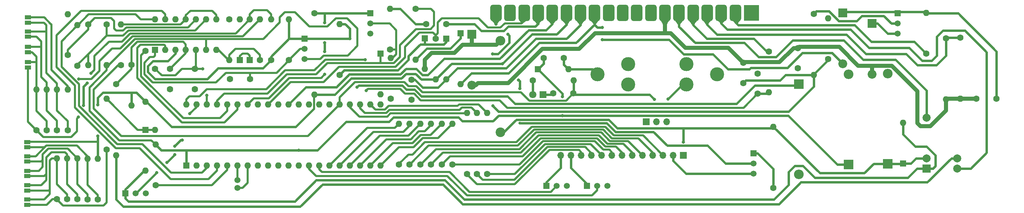
<source format=gbr>
%TF.GenerationSoftware,KiCad,Pcbnew,8.0.1*%
%TF.CreationDate,2024-07-16T21:14:59+02:00*%
%TF.ProjectId,BMW E30 VFL SI Board V3,424d5720-4533-4302-9056-464c20534920,rev?*%
%TF.SameCoordinates,Original*%
%TF.FileFunction,Copper,L2,Bot*%
%TF.FilePolarity,Positive*%
%FSLAX46Y46*%
G04 Gerber Fmt 4.6, Leading zero omitted, Abs format (unit mm)*
G04 Created by KiCad (PCBNEW 8.0.1) date 2024-07-16 21:14:59*
%MOMM*%
%LPD*%
G01*
G04 APERTURE LIST*
G04 Aperture macros list*
%AMRoundRect*
0 Rectangle with rounded corners*
0 $1 Rounding radius*
0 $2 $3 $4 $5 $6 $7 $8 $9 X,Y pos of 4 corners*
0 Add a 4 corners polygon primitive as box body*
4,1,4,$2,$3,$4,$5,$6,$7,$8,$9,$2,$3,0*
0 Add four circle primitives for the rounded corners*
1,1,$1+$1,$2,$3*
1,1,$1+$1,$4,$5*
1,1,$1+$1,$6,$7*
1,1,$1+$1,$8,$9*
0 Add four rect primitives between the rounded corners*
20,1,$1+$1,$2,$3,$4,$5,0*
20,1,$1+$1,$4,$5,$6,$7,0*
20,1,$1+$1,$6,$7,$8,$9,0*
20,1,$1+$1,$8,$9,$2,$3,0*%
G04 Aperture macros list end*
%TA.AperFunction,ComponentPad*%
%ADD10R,1.600000X1.600000*%
%TD*%
%TA.AperFunction,ComponentPad*%
%ADD11O,1.600000X1.600000*%
%TD*%
%TA.AperFunction,ComponentPad*%
%ADD12C,1.600000*%
%TD*%
%TA.AperFunction,ComponentPad*%
%ADD13C,3.500000*%
%TD*%
%TA.AperFunction,ComponentPad*%
%ADD14R,1.500000X1.500000*%
%TD*%
%TA.AperFunction,ComponentPad*%
%ADD15C,1.500000*%
%TD*%
%TA.AperFunction,ComponentPad*%
%ADD16R,2.400000X2.400000*%
%TD*%
%TA.AperFunction,ComponentPad*%
%ADD17O,2.400000X2.400000*%
%TD*%
%TA.AperFunction,ComponentPad*%
%ADD18R,3.800000X4.000000*%
%TD*%
%TA.AperFunction,ComponentPad*%
%ADD19RoundRect,0.500000X-0.900000X-1.500000X0.900000X-1.500000X0.900000X1.500000X-0.900000X1.500000X0*%
%TD*%
%TA.AperFunction,ComponentPad*%
%ADD20R,2.200000X2.200000*%
%TD*%
%TA.AperFunction,ComponentPad*%
%ADD21O,2.200000X2.200000*%
%TD*%
%TA.AperFunction,ComponentPad*%
%ADD22C,2.400000*%
%TD*%
%TA.AperFunction,ComponentPad*%
%ADD23R,1.700000X1.700000*%
%TD*%
%TA.AperFunction,ComponentPad*%
%ADD24O,1.700000X1.700000*%
%TD*%
%TA.AperFunction,ComponentPad*%
%ADD25R,1.800000X1.800000*%
%TD*%
%TA.AperFunction,ComponentPad*%
%ADD26C,1.800000*%
%TD*%
%TA.AperFunction,ComponentPad*%
%ADD27C,2.000000*%
%TD*%
%TA.AperFunction,ComponentPad*%
%ADD28R,2.000000X2.000000*%
%TD*%
%TA.AperFunction,SMDPad,CuDef*%
%ADD29R,1.500000X1.000000*%
%TD*%
%TA.AperFunction,ViaPad*%
%ADD30C,0.800000*%
%TD*%
%TA.AperFunction,ViaPad*%
%ADD31C,0.700000*%
%TD*%
%TA.AperFunction,Conductor*%
%ADD32C,0.500000*%
%TD*%
%TA.AperFunction,Conductor*%
%ADD33C,0.300000*%
%TD*%
%TA.AperFunction,Conductor*%
%ADD34C,0.600000*%
%TD*%
%TA.AperFunction,Conductor*%
%ADD35C,1.000000*%
%TD*%
%ADD36C,0.350000*%
%ADD37C,0.300000*%
%ADD38O,1.000000X2.200000*%
G04 APERTURE END LIST*
D10*
%TO.P,U2,1*%
%TO.N,COMP_B_OUT*%
X99136000Y-111692000D03*
D11*
%TO.P,U2,2*%
%TO.N,MC_35*%
X101676000Y-111692000D03*
%TO.P,U2,3,V+*%
%TO.N,VCC_T30*%
X104216000Y-111692000D03*
%TO.P,U2,4,-*%
%TO.N,COMP_A-*%
X106756000Y-111692000D03*
%TO.P,U2,5,+*%
%TO.N,COMP_A+*%
X109296000Y-111692000D03*
%TO.P,U2,6,-*%
%TO.N,+BATT*%
X111836000Y-111692000D03*
%TO.P,U2,7,+*%
%TO.N,COMP_B+*%
X114376000Y-111692000D03*
%TO.P,U2,8,-*%
%TO.N,Net-(U2C-+)*%
X114376000Y-104072000D03*
%TO.P,U2,9,+*%
%TO.N,COMP_D+*%
X111836000Y-104072000D03*
%TO.P,U2,10,-*%
%TO.N,COMP_C-*%
X109296000Y-104072000D03*
%TO.P,U2,11,+*%
%TO.N,Net-(U2C-+)*%
X106756000Y-104072000D03*
%TO.P,U2,12,V-*%
%TO.N,GND*%
X104216000Y-104072000D03*
%TO.P,U2,13*%
%TO.N,MC_4*%
X101676000Y-104072000D03*
%TO.P,U2,14*%
%TO.N,COMP_D_OUT*%
X99136000Y-104072000D03*
%TD*%
D10*
%TO.P,U1,1,1*%
%TO.N,+BATT*%
X106888000Y-140526000D03*
D11*
%TO.P,U1,2,2*%
%TO.N,unconnected-(U1-Pad2)*%
X109428000Y-140526000D03*
%TO.P,U1,3,3*%
%TO.N,COMP_D_OUT*%
X111968000Y-140526000D03*
%TO.P,U1,4,4*%
%TO.N,MC_4*%
X114508000Y-140526000D03*
%TO.P,U1,5,5*%
%TO.N,Net-(R19-Pad1)*%
X117048000Y-140526000D03*
%TO.P,U1,6,6*%
%TO.N,Net-(U1-Pad6)*%
X119588000Y-140526000D03*
%TO.P,U1,7,7*%
%TO.N,Net-(U1-Pad7)*%
X122128000Y-140526000D03*
%TO.P,U1,8,8*%
%TO.N,unconnected-(U1-Pad8)*%
X124668000Y-140526000D03*
%TO.P,U1,9,9*%
%TO.N,unconnected-(U1-Pad9)*%
X127208000Y-140526000D03*
%TO.P,U1,10,10*%
%TO.N,unconnected-(U1-Pad10)*%
X129748000Y-140526000D03*
%TO.P,U1,11,11*%
%TO.N,unconnected-(U1-Pad11)*%
X132288000Y-140526000D03*
%TO.P,U1,12,12*%
%TO.N,+BATT*%
X134828000Y-140526000D03*
%TO.P,U1,13,13*%
%TO.N,MC_13*%
X137368000Y-140526000D03*
%TO.P,U1,14,14*%
%TO.N,MC_14*%
X139908000Y-140526000D03*
%TO.P,U1,15,15*%
%TO.N,MC_15*%
X142448000Y-140526000D03*
%TO.P,U1,16,16*%
%TO.N,MC_16*%
X144988000Y-140526000D03*
%TO.P,U1,17,17*%
%TO.N,MC_17*%
X147528000Y-140526000D03*
%TO.P,U1,18,18*%
%TO.N,MC_18*%
X150068000Y-140526000D03*
%TO.P,U1,19,19*%
%TO.N,MC_19*%
X152608000Y-140526000D03*
%TO.P,U1,20,20*%
%TO.N,MC_20*%
X155148000Y-140526000D03*
%TO.P,U1,21,21*%
%TO.N,GND*%
X155148000Y-125286000D03*
%TO.P,U1,22,22*%
%TO.N,MC_22*%
X152608000Y-125286000D03*
%TO.P,U1,23,23*%
%TO.N,MC_23*%
X150068000Y-125286000D03*
%TO.P,U1,24,24*%
%TO.N,MC_24*%
X147528000Y-125286000D03*
%TO.P,U1,25,25*%
%TO.N,-BATT*%
X144988000Y-125286000D03*
%TO.P,U1,26,26*%
%TO.N,unconnected-(U1-Pad26)*%
X142448000Y-125286000D03*
%TO.P,U1,27,27*%
%TO.N,unconnected-(U1-Pad27)*%
X139908000Y-125286000D03*
%TO.P,U1,28,28*%
%TO.N,unconnected-(U1-Pad28)*%
X137368000Y-125286000D03*
%TO.P,U1,29,29*%
%TO.N,unconnected-(U1-Pad29)*%
X134828000Y-125286000D03*
%TO.P,U1,30,30*%
%TO.N,CON_15_DIST*%
X132288000Y-125286000D03*
%TO.P,U1,31,31*%
%TO.N,unconnected-(U1-Pad31)*%
X129748000Y-125286000D03*
%TO.P,U1,32,32*%
%TO.N,CON_17_4{slash}6*%
X127208000Y-125286000D03*
%TO.P,U1,33,33*%
%TO.N,unconnected-(U1-Pad33)*%
X124668000Y-125286000D03*
%TO.P,U1,34,34*%
%TO.N,MC_34*%
X122128000Y-125286000D03*
%TO.P,U1,35,35*%
%TO.N,MC_35*%
X119588000Y-125286000D03*
%TO.P,U1,36,36*%
%TO.N,Net-(R18-Pad1)*%
X117048000Y-125286000D03*
%TO.P,U1,37,37*%
%TO.N,MC_37*%
X114508000Y-125286000D03*
%TO.P,U1,38,38*%
%TO.N,COMP_A+*%
X111968000Y-125286000D03*
%TO.P,U1,39,39*%
%TO.N,MC_39*%
X109428000Y-125286000D03*
%TO.P,U1,40,40*%
%TO.N,MC_40*%
X106888000Y-125286000D03*
%TD*%
D12*
%TO.P,R6,1*%
%TO.N,Net-(D3-A)*%
X69672000Y-131758000D03*
D11*
%TO.P,R6,2*%
%TO.N,Net-(JP1-A)*%
X69672000Y-121598000D03*
%TD*%
D13*
%TO.P,BT1,1,1*%
%TO.N,/CELL+*%
X216669600Y-115197200D03*
%TO.P,BT1,2,2*%
X216669600Y-120277200D03*
%TO.P,BT1,3,3*%
X209049600Y-117737200D03*
%TD*%
D12*
%TO.P,R21,1*%
%TO.N,Net-(D13-A)*%
X192989000Y-119312000D03*
D11*
%TO.P,R21,2*%
%TO.N,-BATT*%
X203149000Y-119312000D03*
%TD*%
D14*
%TO.P,Q6,1,C*%
%TO.N,IND_12*%
X206451000Y-145580000D03*
D15*
%TO.P,Q6,2,B*%
%TO.N,MC_13*%
X208991000Y-145580000D03*
%TO.P,Q6,3,E*%
%TO.N,GND*%
X211531000Y-145580000D03*
%TD*%
D12*
%TO.P,C7,1*%
%TO.N,MC_40*%
X248869000Y-122574000D03*
%TO.P,C7,2*%
%TO.N,GND*%
X248869000Y-117574000D03*
%TD*%
%TO.P,R36,1*%
%TO.N,IND_11*%
X176620000Y-142680000D03*
D11*
%TO.P,R36,2*%
%TO.N,MC_24*%
X176620000Y-127440000D03*
%TD*%
D14*
%TO.P,Q8,1,C*%
%TO.N,Net-(D9-K)*%
X283667000Y-102548000D03*
D15*
%TO.P,Q8,2,B*%
%TO.N,Net-(Q8-B)*%
X283667000Y-105088000D03*
%TO.P,Q8,3,E*%
%TO.N,Net-(D10-K)*%
X283667000Y-107628000D03*
%TD*%
D12*
%TO.P,C3,1*%
%TO.N,GND*%
X117718000Y-118931000D03*
%TO.P,C3,2*%
%TO.N,COMP_B_OUT*%
X122718000Y-118931000D03*
%TD*%
D14*
%TO.P,Q4,1,C*%
%TO.N,MC_34*%
X152624000Y-102548000D03*
D15*
%TO.P,Q4,2,B*%
%TO.N,Net-(Q4-B)*%
X152624000Y-105088000D03*
%TO.P,Q4,3,E*%
%TO.N,GND*%
X152624000Y-107628000D03*
%TD*%
D16*
%TO.P,C9,1*%
%TO.N,VCC_T30*%
X259156000Y-120229000D03*
D17*
%TO.P,C9,2*%
%TO.N,GND*%
X259156000Y-142729000D03*
%TD*%
D12*
%TO.P,C14,1*%
%TO.N,GND*%
X198109000Y-122487000D03*
%TO.P,C14,2*%
%TO.N,-BATT*%
X203109000Y-122487000D03*
%TD*%
D18*
%TO.P,J2,1,Term._31*%
%TO.N,GND*%
X247337000Y-102421000D03*
D19*
%TO.P,J2,2,Pad_wear_ind.*%
%TO.N,CON_2_PAD_I*%
X243337000Y-102421000D03*
%TO.P,J2,3,Temp_gauge*%
%TO.N,CON_3_TPG*%
X239837000Y-102421000D03*
%TO.P,J2,4,Pads*%
%TO.N,CON_4_PADS*%
X236337000Y-102421000D03*
%TO.P,J2,5,SI_reset*%
%TO.N,CON_5_RST*%
X232837000Y-102421000D03*
%TO.P,J2,6,Temp_transm.*%
%TO.N,CON_6_TPT*%
X229337000Y-102421000D03*
%TO.P,J2,7,Term._15*%
%TO.N,+12V T15*%
X225837000Y-102421000D03*
%TO.P,J2,8,n.c.*%
%TO.N,unconnected-(J2-n.c.-Pad8)*%
X222337000Y-102421000D03*
%TO.P,J2,9,n.c.*%
%TO.N,unconnected-(J2-n.c.-Pad9)*%
X218837000Y-102421000D03*
%TO.P,J2,10,n.c.*%
%TO.N,unconnected-(J2-n.c.-Pad10)*%
X215337000Y-102421000D03*
%TO.P,J2,11,n.c.*%
%TO.N,unconnected-(J2-n.c.-Pad11)*%
X211837000Y-102421000D03*
%TO.P,J2,12,Term._50*%
%TO.N,CON_12_T50*%
X208337000Y-102421000D03*
%TO.P,J2,13,Term._30*%
%TO.N,+12V T30*%
X204837000Y-102421000D03*
%TO.P,J2,14,5V*%
%TO.N,+5V*%
X201337000Y-102421000D03*
%TO.P,J2,15,Distance_pulse*%
%TO.N,CON_15_DIST*%
X197837000Y-102421000D03*
%TO.P,J2,16,Speed_pulse*%
%TO.N,CON_16_SPD*%
X194337000Y-102421000D03*
%TO.P,J2,17,4/6_cyl.*%
%TO.N,CON_17_4{slash}6*%
X190837000Y-102421000D03*
%TO.P,J2,18,n.c.*%
%TO.N,unconnected-(J2-n.c.-Pad18)*%
X187337000Y-102421000D03*
%TO.P,J2,19,Pads*%
%TO.N,CON_19_PADS*%
X183837000Y-102421000D03*
%TD*%
D12*
%TO.P,R17,1*%
%TO.N,COMP_A-*%
X93294000Y-115375000D03*
D11*
%TO.P,R17,2*%
%TO.N,+5V*%
X93294000Y-125535000D03*
%TD*%
D14*
%TO.P,Q3,1,C*%
%TO.N,VCC_T30*%
X136241000Y-108898000D03*
D15*
%TO.P,Q3,2,B*%
%TO.N,COMP_B_OUT*%
X136241000Y-111438000D03*
%TO.P,Q3,3,E*%
%TO.N,+BATT*%
X136241000Y-113978000D03*
%TD*%
D12*
%TO.P,R29,1*%
%TO.N,Net-(Q4-B)*%
X157556000Y-111565000D03*
D11*
%TO.P,R29,2*%
%TO.N,Net-(C5-Pad1)*%
X157556000Y-101405000D03*
%TD*%
D12*
%TO.P,R10,1*%
%TO.N,Net-(JP9-B)*%
X87071000Y-136584000D03*
D11*
%TO.P,R10,2*%
%TO.N,Net-(D1-K)*%
X87071000Y-123884000D03*
%TD*%
D12*
%TO.P,C6,1*%
%TO.N,CON_19_PADS*%
X245313000Y-119907000D03*
%TO.P,C6,2*%
%TO.N,+12V T15*%
X245313000Y-114907000D03*
%TD*%
%TO.P,C5,1*%
%TO.N,Net-(C5-Pad1)*%
X166486000Y-105215000D03*
%TO.P,C5,2*%
%TO.N,CON_16_SPD*%
X171486000Y-105215000D03*
%TD*%
%TO.P,R22,1*%
%TO.N,GND*%
X117551000Y-104072000D03*
D11*
%TO.P,R22,2*%
%TO.N,COMP_B+*%
X117551000Y-114232000D03*
%TD*%
D12*
%TO.P,R44,1*%
%TO.N,Net-(Q8-B)*%
X262839000Y-102675000D03*
D11*
%TO.P,R44,2*%
%TO.N,CON_19_PADS*%
X262839000Y-117915000D03*
%TD*%
D20*
%TO.P,D10,1,K*%
%TO.N,Net-(D10-K)*%
X277317000Y-105088000D03*
D21*
%TO.P,D10,2,A*%
%TO.N,+12V T15*%
X277317000Y-117788000D03*
%TD*%
D12*
%TO.P,R14,1*%
%TO.N,COMP_C-*%
X82499000Y-105342000D03*
D11*
%TO.P,R14,2*%
%TO.N,COMP_D+*%
X82499000Y-115502000D03*
%TD*%
D12*
%TO.P,R47,1*%
%TO.N,CON_4_PADS*%
X295732000Y-108771000D03*
D11*
%TO.P,R47,2*%
%TO.N,+12V T15*%
X295732000Y-124011000D03*
%TD*%
D12*
%TO.P,R34,1*%
%TO.N,IND_7*%
X170383000Y-140267000D03*
D11*
%TO.P,R34,2*%
%TO.N,MC_19*%
X170383000Y-130107000D03*
%TD*%
D20*
%TO.P,D9,1,K*%
%TO.N,Net-(D9-K)*%
X270078000Y-102421000D03*
D21*
%TO.P,D9,2,A*%
%TO.N,CON_12_T50*%
X270078000Y-115121000D03*
%TD*%
D12*
%TO.P,R3,1*%
%TO.N,Net-(JP7-B)*%
X79832000Y-148903000D03*
D11*
%TO.P,R3,2*%
%TO.N,Net-(JP6-B)*%
X79832000Y-138743000D03*
%TD*%
D12*
%TO.P,C1,1*%
%TO.N,GND*%
X102819000Y-121431000D03*
%TO.P,C1,2*%
%TO.N,COMP_A-*%
X102819000Y-116431000D03*
%TD*%
%TO.P,R15,1*%
%TO.N,COMP_D+*%
X87071000Y-105342000D03*
D11*
%TO.P,R15,2*%
%TO.N,+BATT*%
X87071000Y-115502000D03*
%TD*%
D10*
%TO.P,D3,1,K*%
%TO.N,Net-(D2-K)*%
X122631000Y-114232000D03*
D11*
%TO.P,D3,2,A*%
%TO.N,Net-(D3-A)*%
X122631000Y-104072000D03*
%TD*%
D12*
%TO.P,R8,1*%
%TO.N,Net-(JP2-A)*%
X74752000Y-131758000D03*
D11*
%TO.P,R8,2*%
%TO.N,Net-(JP3-A)*%
X74752000Y-121598000D03*
%TD*%
D12*
%TO.P,R40,1*%
%TO.N,CON_17_4{slash}6*%
X168859000Y-108898000D03*
D11*
%TO.P,R40,2*%
%TO.N,+5V*%
X168859000Y-119058000D03*
%TD*%
D12*
%TO.P,R24,1*%
%TO.N,VCC_T30*%
X127965000Y-114232000D03*
D11*
%TO.P,R24,2*%
%TO.N,Net-(D3-A)*%
X127965000Y-104072000D03*
%TD*%
D22*
%TO.P,R41,1*%
%TO.N,IND_1*%
X184988000Y-132266000D03*
D17*
%TO.P,R41,2*%
%TO.N,Net-(D5-A)*%
X184988000Y-109406000D03*
%TD*%
D16*
%TO.P,C10,1*%
%TO.N,+BATT*%
X271450000Y-140239000D03*
D17*
%TO.P,C10,2*%
%TO.N,GND*%
X271450000Y-117739000D03*
%TD*%
D12*
%TO.P,R39,1*%
%TO.N,MC_37*%
X163906000Y-101405000D03*
D11*
%TO.P,R39,2*%
%TO.N,Net-(D7-K)*%
X163906000Y-114105000D03*
%TD*%
D13*
%TO.P,BT2,1,1*%
%TO.N,/CELL-*%
X231169600Y-120277200D03*
%TO.P,BT2,2,2*%
X231169600Y-115197200D03*
%TO.P,BT2,3,3*%
X238789600Y-117737200D03*
%TD*%
D12*
%TO.P,C4,1*%
%TO.N,GND*%
X162890000Y-124098000D03*
%TO.P,C4,2*%
%TO.N,+12V T30*%
X162890000Y-119098000D03*
%TD*%
%TO.P,R25,1*%
%TO.N,COMP_B_OUT*%
X132410000Y-114232000D03*
D11*
%TO.P,R25,2*%
%TO.N,VCC_T30*%
X132410000Y-104072000D03*
%TD*%
D12*
%TO.P,R7,1*%
%TO.N,Net-(JP1-A)*%
X72212000Y-131758000D03*
D11*
%TO.P,R7,2*%
%TO.N,Net-(JP2-A)*%
X72212000Y-121598000D03*
%TD*%
D12*
%TO.P,R38,1*%
%TO.N,IND_9*%
X181686000Y-142680000D03*
D11*
%TO.P,R38,2*%
%TO.N,MC_22*%
X181686000Y-127440000D03*
%TD*%
D10*
%TO.P,D5,1,K*%
%TO.N,Net-(D5-K)*%
X166192000Y-108771000D03*
D11*
%TO.P,D5,2,A*%
%TO.N,Net-(D5-A)*%
X166192000Y-116391000D03*
%TD*%
D12*
%TO.P,R19,1*%
%TO.N,Net-(R19-Pad1)*%
X99263000Y-145474000D03*
D11*
%TO.P,R19,2*%
%TO.N,+BATT*%
X99263000Y-135314000D03*
%TD*%
D12*
%TO.P,R13,1*%
%TO.N,COMP_D+*%
X79832000Y-115629000D03*
D11*
%TO.P,R13,2*%
%TO.N,COMP_D_OUT*%
X79832000Y-105469000D03*
%TD*%
D10*
%TO.P,D6,1,K*%
%TO.N,Net-(D5-K)*%
X171526000Y-108898000D03*
D11*
%TO.P,D6,2,A*%
%TO.N,+12V T30*%
X171526000Y-119058000D03*
%TD*%
D12*
%TO.P,R9,1*%
%TO.N,Net-(JP3-A)*%
X77419000Y-131758000D03*
D11*
%TO.P,R9,2*%
%TO.N,Net-(JP4-A)*%
X77419000Y-121598000D03*
%TD*%
D12*
%TO.P,R23,1*%
%TO.N,COMP_B+*%
X125171000Y-114232000D03*
D11*
%TO.P,R23,2*%
%TO.N,Net-(JP4-A)*%
X125171000Y-104072000D03*
%TD*%
D12*
%TO.P,R26,1*%
%TO.N,MC_34*%
X138760000Y-102548000D03*
D11*
%TO.P,R26,2*%
%TO.N,+5V*%
X138760000Y-122868000D03*
%TD*%
D12*
%TO.P,R18,1*%
%TO.N,Net-(R18-Pad1)*%
X96723000Y-111895200D03*
D11*
%TO.P,R18,2*%
%TO.N,+5V*%
X96723000Y-124595200D03*
%TD*%
D12*
%TO.P,R11,1*%
%TO.N,COMP_A-*%
X89484000Y-120201000D03*
D11*
%TO.P,R11,2*%
%TO.N,Net-(K1-N0)*%
X89484000Y-137981000D03*
%TD*%
D12*
%TO.P,R43,1*%
%TO.N,CON_5_RST*%
X251663000Y-112073000D03*
D11*
%TO.P,R43,2*%
%TO.N,MC_40*%
X251663000Y-122233000D03*
%TD*%
D12*
%TO.P,R27,1*%
%TO.N,Net-(D5-K)*%
X144983000Y-117915000D03*
D11*
%TO.P,R27,2*%
%TO.N,VCC_T30*%
X144983000Y-105215000D03*
%TD*%
D12*
%TO.P,R28,1*%
%TO.N,GND*%
X157683000Y-123884000D03*
D11*
%TO.P,R28,2*%
%TO.N,Net-(Q4-B)*%
X157683000Y-113724000D03*
%TD*%
D12*
%TO.P,C13,1*%
%TO.N,/CELL+*%
X200696000Y-113724000D03*
%TO.P,C13,2*%
%TO.N,+BATT*%
X195696000Y-113724000D03*
%TD*%
%TO.P,R37,1*%
%TO.N,IND_10*%
X179146000Y-142680000D03*
D11*
%TO.P,R37,2*%
%TO.N,MC_23*%
X179146000Y-127440000D03*
%TD*%
D16*
%TO.P,C11,1*%
%TO.N,IND_1*%
X281254000Y-140112000D03*
D17*
%TO.P,C11,2*%
%TO.N,GND*%
X281254000Y-117612000D03*
%TD*%
D14*
%TO.P,Q1,1,C*%
%TO.N,Net-(D1-A)*%
X91770000Y-147485000D03*
D15*
%TO.P,Q1,2,B*%
%TO.N,MC_39*%
X94310000Y-147485000D03*
%TO.P,Q1,3,E*%
%TO.N,GND*%
X96850000Y-147485000D03*
%TD*%
D23*
%TO.P,J1,1,GND_BULB*%
%TO.N,IND_1*%
X230454000Y-137981000D03*
D24*
%TO.P,J1,2,GND_LED*%
%TO.N,IND_2*%
X227914000Y-137981000D03*
%TO.P,J1,3,LED_R3*%
%TO.N,IND_3*%
X225374000Y-137981000D03*
%TO.P,J1,4,LED_R2*%
%TO.N,IND_4*%
X222834000Y-137981000D03*
%TO.P,J1,5,LED_R1*%
%TO.N,IND_5*%
X220294000Y-137981000D03*
%TO.P,J1,6,LED_Y*%
%TO.N,IND_6*%
X217754000Y-137981000D03*
%TO.P,J1,7,LED_G5*%
%TO.N,IND_7*%
X215214000Y-137981000D03*
%TO.P,J1,8,LED_G4*%
%TO.N,IND_8*%
X212674000Y-137981000D03*
%TO.P,J1,9,LED_G3*%
%TO.N,IND_9*%
X210134000Y-137981000D03*
%TO.P,J1,10,LED_G2*%
%TO.N,IND_10*%
X207594000Y-137981000D03*
%TO.P,J1,11,LED_G1*%
%TO.N,IND_11*%
X205054000Y-137981000D03*
%TO.P,J1,12,BULB_INSPECTION*%
%TO.N,IND_12*%
X202514000Y-137981000D03*
%TO.P,J1,13,BULB_OILSERVICE*%
%TO.N,IND_13*%
X199974000Y-137981000D03*
%TD*%
D23*
%TO.P,J3,1,Pin_1*%
%TO.N,unconnected-(J3-Pin_1-Pad1)*%
X221208400Y-129624400D03*
D24*
%TO.P,J3,2,Pin_2*%
%TO.N,-BATT*%
X223748400Y-129624400D03*
%TO.P,J3,3,Pin_3*%
%TO.N,/CELL-*%
X226288400Y-129624400D03*
%TD*%
D14*
%TO.P,Q5,1,C*%
%TO.N,IND_13*%
X196418000Y-145580000D03*
D15*
%TO.P,Q5,2,B*%
%TO.N,MC_14*%
X198958000Y-145580000D03*
%TO.P,Q5,3,E*%
%TO.N,GND*%
X201498000Y-145580000D03*
%TD*%
D12*
%TO.P,C2,1*%
%TO.N,GND*%
X109042000Y-121431000D03*
%TO.P,C2,2*%
%TO.N,COMP_A+*%
X109042000Y-116431000D03*
%TD*%
%TO.P,C12,1*%
%TO.N,Net-(D9-K)*%
X308265000Y-123884000D03*
%TO.P,C12,2*%
%TO.N,+12V T15*%
X303265000Y-123884000D03*
%TD*%
D20*
%TO.P,D8,1,K*%
%TO.N,Net-(D5-A)*%
X177876000Y-107755000D03*
D21*
%TO.P,D8,2,A*%
%TO.N,+12V T15*%
X177876000Y-120455000D03*
%TD*%
D10*
%TO.P,D1,1,K*%
%TO.N,Net-(D1-K)*%
X96723000Y-131631000D03*
D11*
%TO.P,D1,2,A*%
%TO.N,Net-(D1-A)*%
X96723000Y-141791000D03*
%TD*%
D12*
%TO.P,R33,1*%
%TO.N,IND_6*%
X167716000Y-140267000D03*
D11*
%TO.P,R33,2*%
%TO.N,MC_18*%
X167716000Y-130107000D03*
%TD*%
D12*
%TO.P,R4,1*%
%TO.N,Net-(JP6-B)*%
X82372000Y-149030000D03*
D11*
%TO.P,R4,2*%
%TO.N,Net-(JP5-B)*%
X82372000Y-138870000D03*
%TD*%
D12*
%TO.P,R30,1*%
%TO.N,IND_3*%
X159715000Y-140267000D03*
D11*
%TO.P,R30,2*%
%TO.N,MC_15*%
X159715000Y-130107000D03*
%TD*%
D10*
%TO.P,D2,1,K*%
%TO.N,Net-(D2-K)*%
X120218000Y-114232000D03*
D11*
%TO.P,D2,2,A*%
%TO.N,GND*%
X120218000Y-104072000D03*
%TD*%
D12*
%TO.P,R20,1*%
%TO.N,COMP_A+*%
X99136000Y-116391000D03*
D11*
%TO.P,R20,2*%
%TO.N,Net-(D1-K)*%
X99136000Y-131631000D03*
%TD*%
D14*
%TO.P,Q7,1,C*%
%TO.N,Net-(Q7-C)*%
X247874000Y-137473000D03*
D15*
%TO.P,Q7,2,B*%
%TO.N,+5V*%
X247874000Y-140013000D03*
%TO.P,Q7,3,E*%
%TO.N,IND_2*%
X247874000Y-142553000D03*
%TD*%
%TO.P,Y1,1,1*%
%TO.N,Net-(U1-Pad7)*%
X119590800Y-146068400D03*
%TO.P,Y1,2,2*%
%TO.N,Net-(U1-Pad6)*%
X119590800Y-144168400D03*
%TD*%
D12*
%TO.P,R12,1*%
%TO.N,COMP_C-*%
X77419000Y-112962000D03*
D11*
%TO.P,R12,2*%
%TO.N,GND*%
X77419000Y-102802000D03*
%TD*%
D12*
%TO.P,R32,1*%
%TO.N,IND_5*%
X165049000Y-140267000D03*
D11*
%TO.P,R32,2*%
%TO.N,MC_17*%
X165049000Y-130107000D03*
%TD*%
D25*
%TO.P,D13,1,K*%
%TO.N,GND*%
X195534000Y-122868000D03*
D26*
%TO.P,D13,2,A*%
%TO.N,Net-(D13-A)*%
X192994000Y-122868000D03*
%TD*%
D12*
%TO.P,C8,1*%
%TO.N,+12V T15*%
X258902000Y-111224000D03*
%TO.P,C8,2*%
%TO.N,GND*%
X258902000Y-116224000D03*
%TD*%
D10*
%TO.P,D11,1,K*%
%TO.N,IND_1*%
X285064000Y-140013000D03*
D11*
%TO.P,D11,2,A*%
%TO.N,Net-(D1-A)*%
X285064000Y-129853000D03*
%TD*%
D12*
%TO.P,R2,1*%
%TO.N,Net-(JP8-B)*%
X77292000Y-148903000D03*
D11*
%TO.P,R2,2*%
%TO.N,Net-(JP7-B)*%
X77292000Y-138743000D03*
%TD*%
D12*
%TO.P,R5,1*%
%TO.N,Net-(JP5-B)*%
X84912000Y-149030000D03*
D11*
%TO.P,R5,2*%
%TO.N,+5V*%
X84912000Y-138870000D03*
%TD*%
D12*
%TO.P,R35,1*%
%TO.N,IND_8*%
X173050000Y-140267000D03*
D11*
%TO.P,R35,2*%
%TO.N,MC_20*%
X173050000Y-130107000D03*
%TD*%
D12*
%TO.P,R16,1*%
%TO.N,-BATT*%
X90627000Y-115502000D03*
D11*
%TO.P,R16,2*%
%TO.N,Net-(U2C-+)*%
X90627000Y-105342000D03*
%TD*%
D12*
%TO.P,R48,1*%
%TO.N,CON_4_PADS*%
X299288000Y-108644000D03*
D11*
%TO.P,R48,2*%
%TO.N,+12V T15*%
X299288000Y-123884000D03*
%TD*%
D27*
%TO.P,K1,1,N0*%
%TO.N,Net-(K1-N0)*%
X298516000Y-138720000D03*
%TO.P,K1,2,N1*%
%TO.N,CON_3_TPG*%
X298516000Y-141260000D03*
%TO.P,K1,7,COM*%
%TO.N,CON_6_TPT*%
X290896000Y-128560000D03*
%TO.P,K1,11,COIL_2*%
%TO.N,IND_1*%
X290896000Y-138720000D03*
D28*
%TO.P,K1,12,COIL_1*%
%TO.N,Net-(D1-A)*%
X290896000Y-141260000D03*
%TD*%
D10*
%TO.P,D12,1,K*%
%TO.N,+BATT*%
X194259000Y-116518000D03*
D11*
%TO.P,D12,2,A*%
%TO.N,/CELL+*%
X201879000Y-116518000D03*
%TD*%
D10*
%TO.P,D7,1,K*%
%TO.N,Net-(D7-K)*%
X175082000Y-107501000D03*
D11*
%TO.P,D7,2,A*%
%TO.N,CON_12_T50*%
X175082000Y-120201000D03*
%TD*%
D12*
%TO.P,R46,1*%
%TO.N,CON_2_PAD_I*%
X290779000Y-112581000D03*
D11*
%TO.P,R46,2*%
%TO.N,Net-(D9-K)*%
X290779000Y-102421000D03*
%TD*%
D10*
%TO.P,D4,1,K*%
%TO.N,MC_37*%
X155143000Y-112581000D03*
D11*
%TO.P,D4,2,A*%
%TO.N,GND*%
X155143000Y-122741000D03*
%TD*%
D12*
%TO.P,R42,1*%
%TO.N,Net-(Q7-C)*%
X252806000Y-146109000D03*
D11*
%TO.P,R42,2*%
%TO.N,IND_1*%
X252806000Y-130869000D03*
%TD*%
D12*
%TO.P,R1,1*%
%TO.N,Net-(JP9-B)*%
X74752000Y-148903000D03*
D11*
%TO.P,R1,2*%
%TO.N,Net-(JP8-B)*%
X74752000Y-138743000D03*
%TD*%
D12*
%TO.P,R45,1*%
%TO.N,CON_19_PADS*%
X266395000Y-113978000D03*
D11*
%TO.P,R45,2*%
%TO.N,GND*%
X266395000Y-103818000D03*
%TD*%
D12*
%TO.P,R31,1*%
%TO.N,IND_4*%
X162382000Y-140267000D03*
D11*
%TO.P,R31,2*%
%TO.N,MC_16*%
X162382000Y-130107000D03*
%TD*%
D29*
%TO.P,JP2,1,A*%
%TO.N,Net-(JP2-A)*%
X67513000Y-110915000D03*
%TO.P,JP2,2,B*%
%TO.N,Net-(JP1-A)*%
X67513000Y-112215000D03*
%TD*%
%TO.P,JP7,1,A*%
%TO.N,Net-(JP6-B)*%
X67386000Y-141888000D03*
%TO.P,JP7,2,B*%
%TO.N,Net-(JP7-B)*%
X67386000Y-143188000D03*
%TD*%
%TO.P,JP1,1,A*%
%TO.N,Net-(JP1-A)*%
X67513000Y-114725000D03*
%TO.P,JP1,2,B*%
%TO.N,Net-(D3-A)*%
X67513000Y-116025000D03*
%TD*%
%TO.P,JP8,1,A*%
%TO.N,Net-(JP7-B)*%
X67386000Y-145459000D03*
%TO.P,JP8,2,B*%
%TO.N,Net-(JP8-B)*%
X67386000Y-146759000D03*
%TD*%
%TO.P,JP9,1,A*%
%TO.N,Net-(JP8-B)*%
X67386000Y-149015000D03*
%TO.P,JP9,2,B*%
%TO.N,Net-(JP9-B)*%
X67386000Y-150315000D03*
%TD*%
%TO.P,JP4,1,A*%
%TO.N,Net-(JP4-A)*%
X67513000Y-103549000D03*
%TO.P,JP4,2,B*%
%TO.N,Net-(JP3-A)*%
X67513000Y-104849000D03*
%TD*%
%TO.P,JP3,1,A*%
%TO.N,Net-(JP3-A)*%
X67513000Y-107090000D03*
%TO.P,JP3,2,B*%
%TO.N,Net-(JP2-A)*%
X67513000Y-108390000D03*
%TD*%
%TO.P,JP6,1,A*%
%TO.N,Net-(JP5-B)*%
X67386000Y-138220000D03*
%TO.P,JP6,2,B*%
%TO.N,Net-(JP6-B)*%
X67386000Y-139520000D03*
%TD*%
%TO.P,JP5,1,A*%
%TO.N,+5V*%
X67386000Y-134664000D03*
%TO.P,JP5,2,B*%
%TO.N,Net-(JP5-B)*%
X67386000Y-135964000D03*
%TD*%
D30*
%TO.N,+BATT*%
X200355000Y-123376000D03*
X134823000Y-136711000D03*
X200355000Y-128075000D03*
%TO.N,-BATT*%
X223202300Y-124023700D03*
%TO.N,Net-(JP4-A)*%
X80115541Y-118901459D03*
%TO.N,Net-(D3-A)*%
X83184800Y-117534000D03*
X81356000Y-125560400D03*
X80086000Y-128456000D03*
X82270400Y-119921600D03*
%TO.N,COMP_A+*%
X111963000Y-122995000D03*
X110947000Y-116431000D03*
%TO.N,CON_19_PADS*%
X183083000Y-125662000D03*
X183006800Y-112708000D03*
X183819600Y-105215000D03*
X186816800Y-107780400D03*
%TO.N,MC_40*%
X151587000Y-121852000D03*
X151333000Y-114079600D03*
%TO.N,VCC_T30*%
X149301000Y-120963000D03*
X147523000Y-108898000D03*
%TO.N,IND_1*%
X230454000Y-134653600D03*
%TO.N,CON_12_T50*%
X210261000Y-109152000D03*
X210261000Y-106104000D03*
%TO.N,+5V*%
X185429000Y-115121000D03*
X84912000Y-133180400D03*
X189458400Y-119159600D03*
X84912000Y-125408000D03*
D31*
X189763200Y-129915600D03*
D30*
X189763200Y-121293200D03*
%TO.N,MC_39*%
X104012800Y-135669600D03*
X105892400Y-134196400D03*
X99517000Y-142299000D03*
X104012800Y-137803200D03*
X102031600Y-139784400D03*
X107772000Y-127592400D03*
%TO.N,MC_34*%
X141300000Y-112098400D03*
X141300000Y-117788000D03*
X141300000Y-109914000D03*
X141300000Y-104884800D03*
%TO.N,/CELL-*%
X226580500Y-123947500D03*
%TD*%
D32*
%TO.N,MC_18*%
X167716000Y-130488000D02*
X167716000Y-130107000D01*
X166192000Y-132012000D02*
X167716000Y-130488000D01*
X164617200Y-132012000D02*
X166192000Y-132012000D01*
X162661400Y-133967800D02*
X164617200Y-132012000D01*
X150068000Y-140516000D02*
X156616200Y-133967800D01*
X156616200Y-133967800D02*
X162661400Y-133967800D01*
%TO.N,MC_17*%
X162102600Y-133053400D02*
X154990600Y-133053400D01*
X154990600Y-133053400D02*
X147528000Y-140516000D01*
X165049000Y-130107000D02*
X162102600Y-133053400D01*
%TO.N,MC_20*%
X169494000Y-133663000D02*
X173050000Y-130107000D01*
X165684000Y-133663000D02*
X169494000Y-133663000D01*
X163398000Y-135949000D02*
X165684000Y-133663000D01*
X159715000Y-135949000D02*
X163398000Y-135949000D01*
X155148000Y-140516000D02*
X159715000Y-135949000D01*
%TO.N,MC_19*%
X158191000Y-134933000D02*
X152608000Y-140516000D01*
X163144000Y-134933000D02*
X158191000Y-134933000D01*
X167614400Y-132901000D02*
X165176000Y-132901000D01*
X170383000Y-130132400D02*
X167614400Y-132901000D01*
X165176000Y-132901000D02*
X163144000Y-134933000D01*
X170383000Y-130107000D02*
X170383000Y-130132400D01*
%TO.N,IND_4*%
X162407400Y-140267000D02*
X162382000Y-140267000D01*
X193308000Y-131566000D02*
X189306000Y-135568000D01*
X210500800Y-131566000D02*
X193308000Y-131566000D01*
X212645600Y-133710800D02*
X210500800Y-131566000D01*
X219198800Y-133710800D02*
X212645600Y-133710800D01*
X222834000Y-137346000D02*
X219198800Y-133710800D01*
X167106400Y-135568000D02*
X162407400Y-140267000D01*
X189306000Y-135568000D02*
X167106400Y-135568000D01*
X222834000Y-137981000D02*
X222834000Y-137346000D01*
%TO.N,IND_3*%
X213164800Y-133010800D02*
X220403800Y-133010800D01*
X188899600Y-134704400D02*
X192760400Y-130843600D01*
X163067800Y-137803200D02*
X166166600Y-134704400D01*
X166166600Y-134704400D02*
X188899600Y-134704400D01*
X162051800Y-137803200D02*
X163067800Y-137803200D01*
X210997600Y-130843600D02*
X213164800Y-133010800D01*
X192760400Y-130843600D02*
X210997600Y-130843600D01*
X159715000Y-140140000D02*
X162051800Y-137803200D01*
X159715000Y-140267000D02*
X159715000Y-140140000D01*
X220403800Y-133010800D02*
X225374000Y-137981000D01*
%TO.N,IND_5*%
X216723800Y-134410800D02*
X220294000Y-137981000D01*
X212126400Y-134410800D02*
X216723800Y-134410800D01*
X193878000Y-132266000D02*
X209981600Y-132266000D01*
X189687000Y-136457000D02*
X193878000Y-132266000D01*
X168909800Y-136457000D02*
X189687000Y-136457000D01*
X209981600Y-132266000D02*
X212126400Y-134410800D01*
X165099800Y-140267000D02*
X168909800Y-136457000D01*
X165049000Y-140267000D02*
X165099800Y-140267000D01*
%TO.N,IND_6*%
X170637000Y-137346000D02*
X167716000Y-140267000D01*
X215518800Y-135110800D02*
X211556400Y-135110800D01*
X194436800Y-132977200D02*
X190068000Y-137346000D01*
X217754000Y-137346000D02*
X215518800Y-135110800D01*
X190068000Y-137346000D02*
X170637000Y-137346000D01*
X217754000Y-137981000D02*
X217754000Y-137346000D01*
X211556400Y-135110800D02*
X209422800Y-132977200D01*
X209422800Y-132977200D02*
X194436800Y-132977200D01*
%TO.N,IND_7*%
X211048400Y-135822000D02*
X213690000Y-135822000D01*
X213690000Y-135822000D02*
X215214000Y-137346000D01*
X215214000Y-137346000D02*
X215214000Y-137981000D01*
X194944800Y-133739200D02*
X208965600Y-133739200D01*
X190449000Y-138235000D02*
X194944800Y-133739200D01*
X172415000Y-138235000D02*
X190449000Y-138235000D01*
X208965600Y-133739200D02*
X211048400Y-135822000D01*
X170383000Y-140267000D02*
X172415000Y-138235000D01*
%TO.N,Net-(D2-K)*%
X120218000Y-113216000D02*
X120853000Y-112581000D01*
X122631000Y-113089000D02*
X122631000Y-114232000D01*
X120218000Y-114232000D02*
X120218000Y-113216000D01*
X122123000Y-112581000D02*
X122631000Y-113089000D01*
X120853000Y-112581000D02*
X122123000Y-112581000D01*
%TO.N,+BATT*%
X82829200Y-121013800D02*
X82829200Y-126881200D01*
D33*
X106893000Y-136711000D02*
X106888000Y-136716000D01*
D32*
X130124000Y-104834000D02*
X130124000Y-103564000D01*
X111836000Y-111692000D02*
X111836000Y-109152000D01*
D34*
X99263000Y-135314000D02*
X100660000Y-136711000D01*
X146634000Y-129599000D02*
X139522000Y-136711000D01*
D32*
X140995200Y-113114400D02*
X140131600Y-113978000D01*
D34*
X195696000Y-113724000D02*
X195696000Y-115081000D01*
X174497800Y-128506800D02*
X158394200Y-128506800D01*
X195696000Y-115081000D02*
X194259000Y-116518000D01*
D32*
X144017800Y-103767200D02*
X146837200Y-103767200D01*
X149428000Y-110676000D02*
X146989600Y-113114400D01*
X149428000Y-106358000D02*
X149428000Y-110676000D01*
D34*
X106893000Y-136711000D02*
X134823000Y-136711000D01*
X87071000Y-115502000D02*
X87579000Y-115502000D01*
D32*
X125998000Y-108960000D02*
X130124000Y-104834000D01*
X87071000Y-116772000D02*
X82829200Y-121013800D01*
D34*
X200355000Y-122614000D02*
X200355000Y-123376000D01*
D32*
X82829200Y-126881200D02*
X90195200Y-134247200D01*
X98196200Y-134247200D02*
X99263000Y-135314000D01*
D34*
X256489000Y-128075000D02*
X268653000Y-140239000D01*
D32*
X133934000Y-102294000D02*
X137490000Y-105850000D01*
X146837200Y-103767200D02*
X149428000Y-106358000D01*
X90195200Y-134247200D02*
X98196200Y-134247200D01*
X137490000Y-105850000D02*
X141935000Y-105850000D01*
X131394000Y-102294000D02*
X133934000Y-102294000D01*
X141935000Y-105850000D02*
X144017800Y-103767200D01*
D34*
X200355000Y-128075000D02*
X184505400Y-128075000D01*
X184505400Y-128075000D02*
X183108400Y-129472000D01*
X268653000Y-140239000D02*
X271450000Y-140239000D01*
X200355000Y-128075000D02*
X256489000Y-128075000D01*
X157302000Y-129599000D02*
X146634000Y-129599000D01*
X139522000Y-136711000D02*
X134823000Y-136711000D01*
X194259000Y-116518000D02*
X200355000Y-122614000D01*
X100660000Y-136711000D02*
X106893000Y-136711000D01*
D32*
X146989600Y-113114400D02*
X140995200Y-113114400D01*
X94121000Y-108960000D02*
X125998000Y-108960000D01*
D34*
X183108400Y-129472000D02*
X175463000Y-129472000D01*
X158394200Y-128506800D02*
X157302000Y-129599000D01*
X175463000Y-129472000D02*
X174497800Y-128506800D01*
D32*
X130124000Y-103564000D02*
X131394000Y-102294000D01*
X87579000Y-115502000D02*
X94121000Y-108960000D01*
D34*
X106888000Y-136716000D02*
X106888000Y-140526000D01*
D32*
X87071000Y-115502000D02*
X87071000Y-116772000D01*
X140131600Y-113978000D02*
X136241000Y-113978000D01*
%TO.N,-BATT*%
X83896000Y-121598000D02*
X83896000Y-126297000D01*
D34*
X203464600Y-122842600D02*
X203109000Y-122487000D01*
D32*
X201254800Y-124341200D02*
X203109000Y-122487000D01*
X144988000Y-123498000D02*
X144988000Y-125286000D01*
X83896000Y-126297000D02*
X90754000Y-133155000D01*
X162128000Y-120709000D02*
X161112000Y-119693000D01*
X90627000Y-115502000D02*
X89992000Y-115502000D01*
X192277800Y-124341200D02*
X201254800Y-124341200D01*
D34*
X203149000Y-122447000D02*
X203109000Y-122487000D01*
D32*
X190068000Y-122233000D02*
X165557000Y-122233000D01*
X89992000Y-115502000D02*
X83896000Y-121598000D01*
X161112000Y-119693000D02*
X148793000Y-119693000D01*
X137119000Y-133155000D02*
X144988000Y-125286000D01*
X90754000Y-133155000D02*
X137119000Y-133155000D01*
D34*
X203149000Y-119312000D02*
X203149000Y-122447000D01*
D33*
X192277800Y-124341200D02*
X192176200Y-124341200D01*
D34*
X223202300Y-124023700D02*
X222021200Y-122842600D01*
D32*
X164033000Y-120709000D02*
X162128000Y-120709000D01*
X165557000Y-122233000D02*
X164033000Y-120709000D01*
X148793000Y-119693000D02*
X144988000Y-123498000D01*
D34*
X222021200Y-122842600D02*
X203464600Y-122842600D01*
D32*
X192176200Y-124341200D02*
X190068000Y-122233000D01*
%TO.N,Net-(JP1-A)*%
X69672000Y-114725000D02*
X69672000Y-121598000D01*
X67513000Y-114725000D02*
X69672000Y-114725000D01*
X69672000Y-126932000D02*
X69672000Y-121598000D01*
X72212000Y-129472000D02*
X69672000Y-126932000D01*
X67513000Y-112215000D02*
X68544000Y-112215000D01*
X68544000Y-112215000D02*
X69672000Y-113343000D01*
X69672000Y-113343000D02*
X69672000Y-114725000D01*
X72212000Y-131758000D02*
X72212000Y-129472000D01*
%TO.N,Net-(JP2-A)*%
X72212000Y-119820000D02*
X72212000Y-121598000D01*
X70815000Y-110930000D02*
X70815000Y-118423000D01*
X74752000Y-129345000D02*
X72212000Y-126805000D01*
X72212000Y-126805000D02*
X72212000Y-121598000D01*
X70800000Y-110915000D02*
X70815000Y-110930000D01*
X69672000Y-108390000D02*
X70815000Y-109533000D01*
X67513000Y-108390000D02*
X69672000Y-108390000D01*
X74752000Y-131758000D02*
X74752000Y-129345000D01*
X67513000Y-110915000D02*
X70800000Y-110915000D01*
X70815000Y-118423000D02*
X72212000Y-119820000D01*
X70815000Y-109533000D02*
X70815000Y-110930000D01*
%TO.N,Net-(JP3-A)*%
X72085000Y-105469000D02*
X72085000Y-117407000D01*
X77419000Y-129472000D02*
X77419000Y-131758000D01*
X71465000Y-104849000D02*
X72085000Y-105469000D01*
X67513000Y-107090000D02*
X72085000Y-107090000D01*
X74752000Y-126805000D02*
X77419000Y-129472000D01*
X74752000Y-120074000D02*
X74752000Y-121598000D01*
X72085000Y-117407000D02*
X74752000Y-120074000D01*
X74752000Y-121598000D02*
X74752000Y-126805000D01*
X67513000Y-104849000D02*
X71465000Y-104849000D01*
%TO.N,Net-(JP4-A)*%
X93551000Y-108260000D02*
X120983000Y-108260000D01*
X85293000Y-116899000D02*
X85293000Y-114486000D01*
X90500000Y-111311000D02*
X93551000Y-108260000D01*
X71562000Y-103549000D02*
X73228000Y-105215000D01*
X73228000Y-105215000D02*
X73355000Y-105342000D01*
X73355000Y-105342000D02*
X73355000Y-116645000D01*
X77419000Y-120709000D02*
X77419000Y-121598000D01*
X88468000Y-111311000D02*
X90500000Y-111311000D01*
X120983000Y-108260000D02*
X125171000Y-104072000D01*
X83290541Y-118901459D02*
X85293000Y-116899000D01*
X67513000Y-103549000D02*
X71562000Y-103549000D01*
X73355000Y-116645000D02*
X77419000Y-120709000D01*
X85293000Y-114486000D02*
X88468000Y-111311000D01*
X80115541Y-118901459D02*
X83290541Y-118901459D01*
%TO.N,Net-(JP5-B)*%
X71689000Y-135964000D02*
X71704000Y-135949000D01*
X79705000Y-135568000D02*
X82372000Y-138235000D01*
X84912000Y-147887000D02*
X84912000Y-149030000D01*
X82372000Y-145347000D02*
X84912000Y-147887000D01*
X67386000Y-138220000D02*
X69433000Y-138220000D01*
X67386000Y-135964000D02*
X71689000Y-135964000D01*
X82372000Y-138870000D02*
X82372000Y-145347000D01*
X82372000Y-138235000D02*
X82372000Y-138870000D01*
X71704000Y-135949000D02*
X72085000Y-135568000D01*
X69433000Y-138220000D02*
X71704000Y-135949000D01*
X72085000Y-135568000D02*
X79705000Y-135568000D01*
%TO.N,Net-(JP6-B)*%
X67386000Y-141888000D02*
X70210000Y-141888000D01*
X70210000Y-141888000D02*
X71196000Y-140902000D01*
X71196000Y-140902000D02*
X71196000Y-139124000D01*
X72593000Y-136330000D02*
X77419000Y-136330000D01*
X77419000Y-136330000D02*
X79832000Y-138743000D01*
X82372000Y-147760000D02*
X82372000Y-149030000D01*
X71196000Y-137727000D02*
X72593000Y-136330000D01*
X79832000Y-145220000D02*
X82372000Y-147760000D01*
X79832000Y-138743000D02*
X79832000Y-145220000D01*
X70800000Y-139520000D02*
X71196000Y-139124000D01*
X71196000Y-139124000D02*
X71196000Y-137727000D01*
X67386000Y-139520000D02*
X70800000Y-139520000D01*
D34*
%TO.N,Net-(D1-A)*%
X292453000Y-141260000D02*
X290896000Y-141260000D01*
X171170400Y-144204000D02*
X175996400Y-149030000D01*
X285064000Y-129853000D02*
X285064000Y-132774000D01*
X258140000Y-140648000D02*
X260172000Y-140648000D01*
X91770000Y-147485000D02*
X91770000Y-146490000D01*
X91770000Y-146490000D02*
X96469000Y-141791000D01*
X256616000Y-142172000D02*
X258140000Y-140648000D01*
D33*
X133362500Y-149474500D02*
X133299000Y-149538000D01*
D34*
X263093000Y-143569000D02*
X286207000Y-143569000D01*
X175996400Y-149030000D02*
X252933000Y-149030000D01*
X288112000Y-135822000D02*
X290906000Y-135822000D01*
X293065000Y-140648000D02*
X292453000Y-141260000D01*
X252933000Y-149030000D02*
X256616000Y-145347000D01*
X293065000Y-137981000D02*
X293065000Y-140648000D01*
X133362500Y-149474500D02*
X133895900Y-149474500D01*
X92532000Y-149538000D02*
X91770000Y-148776000D01*
X96469000Y-141791000D02*
X96723000Y-141791000D01*
X286207000Y-143569000D02*
X288516000Y-141260000D01*
X91770000Y-148776000D02*
X91770000Y-147485000D01*
X256616000Y-145347000D02*
X256616000Y-142172000D01*
X290906000Y-135822000D02*
X293065000Y-137981000D01*
X288516000Y-141260000D02*
X290896000Y-141260000D01*
X139166400Y-144204000D02*
X171170400Y-144204000D01*
X285064000Y-132774000D02*
X288112000Y-135822000D01*
X260172000Y-140648000D02*
X263093000Y-143569000D01*
X133895900Y-149474500D02*
X139166400Y-144204000D01*
X133299000Y-149538000D02*
X92532000Y-149538000D01*
D32*
%TO.N,Net-(D1-K)*%
X96697600Y-131605600D02*
X96723000Y-131631000D01*
X87071000Y-123884000D02*
X94792600Y-131605600D01*
X96723000Y-131631000D02*
X99136000Y-131631000D01*
X94792600Y-131605600D02*
X96697600Y-131605600D01*
D34*
%TO.N,GND*%
X195534000Y-122868000D02*
X197728000Y-122868000D01*
X197728000Y-122868000D02*
X198109000Y-122487000D01*
D32*
%TO.N,Net-(U2C-+)*%
X90881000Y-105342000D02*
X105486000Y-105342000D01*
X106756000Y-103056000D02*
X107899000Y-101913000D01*
X106756000Y-104072000D02*
X106756000Y-103056000D01*
X107899000Y-101913000D02*
X113360000Y-101913000D01*
D33*
X90627000Y-105342000D02*
X90754000Y-105469000D01*
D32*
X113360000Y-101913000D02*
X114376000Y-102929000D01*
X90754000Y-105469000D02*
X90881000Y-105342000D01*
X114376000Y-102929000D02*
X114376000Y-104072000D01*
X105486000Y-105342000D02*
X106756000Y-104072000D01*
%TO.N,Net-(D3-A)*%
X67513000Y-116025000D02*
X67513000Y-129599000D01*
X80086000Y-128456000D02*
X79705000Y-128837000D01*
X87629800Y-109609200D02*
X90855600Y-109609200D01*
X71323000Y-133409000D02*
X69672000Y-131758000D01*
X127965000Y-102802000D02*
X127965000Y-104072000D01*
X123647000Y-101786000D02*
X126949000Y-101786000D01*
X79705000Y-132012000D02*
X78308000Y-133409000D01*
X84048400Y-113190600D02*
X87629800Y-109609200D01*
X119143000Y-107560000D02*
X122631000Y-104072000D01*
X122631000Y-102802000D02*
X123647000Y-101786000D01*
X83184800Y-117534000D02*
X84048400Y-116670400D01*
X79705000Y-128837000D02*
X79705000Y-132012000D01*
X90855600Y-109609200D02*
X92904800Y-107560000D01*
X126949000Y-101786000D02*
X127965000Y-102802000D01*
X84048400Y-116670400D02*
X84048400Y-113190600D01*
D34*
X81356000Y-125560400D02*
X81356000Y-120836000D01*
X81356000Y-120836000D02*
X82270400Y-119921600D01*
D32*
X67513000Y-129599000D02*
X69672000Y-131758000D01*
X122631000Y-104072000D02*
X122631000Y-102802000D01*
X78308000Y-133409000D02*
X71323000Y-133409000D01*
X92904800Y-107560000D02*
X119143000Y-107560000D01*
%TO.N,Net-(U1-Pad6)*%
X119588000Y-140526000D02*
X119588000Y-144165600D01*
X119588000Y-144165600D02*
X119590800Y-144168400D01*
%TO.N,Net-(U1-Pad7)*%
X122148400Y-144813600D02*
X120893600Y-146068400D01*
X122148400Y-140546400D02*
X122148400Y-144813600D01*
X122128000Y-140526000D02*
X122148400Y-140546400D01*
X120893600Y-146068400D02*
X119692400Y-146068400D01*
%TO.N,COMP_A-*%
X94691000Y-109660000D02*
X93294000Y-111057000D01*
X106756000Y-112494000D02*
X106756000Y-111692000D01*
X93294000Y-115375000D02*
X93294000Y-116391000D01*
X102819000Y-116431000D02*
X106756000Y-112494000D01*
X93294000Y-116391000D02*
X89484000Y-120201000D01*
X106121000Y-109660000D02*
X94691000Y-109660000D01*
X106756000Y-111692000D02*
X106756000Y-110295000D01*
X93294000Y-111057000D02*
X93294000Y-115375000D01*
X106756000Y-110295000D02*
X106121000Y-109660000D01*
D34*
%TO.N,Net-(K1-N0)*%
X254203000Y-150173000D02*
X259664000Y-144712000D01*
X140741200Y-145270800D02*
X170687800Y-145270800D01*
X175590000Y-150173000D02*
X254203000Y-150173000D01*
X91262000Y-150808000D02*
X135204000Y-150808000D01*
X135204000Y-150808000D02*
X140741200Y-145270800D01*
X89484000Y-137981000D02*
X89484000Y-149030000D01*
X170687800Y-145270800D02*
X175590000Y-150173000D01*
X297025000Y-138720000D02*
X298516000Y-138720000D01*
X259664000Y-144712000D02*
X291033000Y-144712000D01*
X89484000Y-149030000D02*
X91262000Y-150808000D01*
X291033000Y-144712000D02*
X297025000Y-138720000D01*
D32*
%TO.N,COMP_A+*%
X104216000Y-118042000D02*
X100787000Y-118042000D01*
X111963000Y-125281000D02*
X111968000Y-125286000D01*
X111963000Y-122995000D02*
X111963000Y-125281000D01*
X109042000Y-116431000D02*
X105827000Y-116431000D01*
X100787000Y-118042000D02*
X99136000Y-116391000D01*
X109296000Y-111692000D02*
X109296000Y-116177000D01*
X105827000Y-116431000D02*
X104216000Y-118042000D01*
X110947000Y-116431000D02*
X109042000Y-116431000D01*
D33*
X109296000Y-116177000D02*
X109042000Y-116431000D01*
D32*
%TO.N,COMP_B_OUT*%
X132410000Y-114232000D02*
X135204000Y-111438000D01*
X98501000Y-119820000D02*
X114249000Y-119820000D01*
X132410000Y-114282800D02*
X132410000Y-114232000D01*
X96443600Y-114892400D02*
X96443600Y-117762600D01*
X97866000Y-113470000D02*
X96443600Y-114892400D01*
X129311200Y-117381600D02*
X132410000Y-114282800D01*
X99136000Y-113089000D02*
X98755000Y-113470000D01*
X135204000Y-111438000D02*
X136241000Y-111438000D01*
X98755000Y-113470000D02*
X97866000Y-113470000D01*
X114249000Y-119820000D02*
X116687400Y-117381600D01*
X122718000Y-117381600D02*
X122718000Y-118931000D01*
X96443600Y-117762600D02*
X98501000Y-119820000D01*
X116687400Y-117381600D02*
X129311200Y-117381600D01*
X99136000Y-111692000D02*
X99136000Y-113089000D01*
D34*
%TO.N,+12V T30*%
X204837000Y-102421000D02*
X204837000Y-105432000D01*
X201371000Y-108898000D02*
X193751000Y-108898000D01*
X174320000Y-116264000D02*
X171526000Y-119058000D01*
X165684000Y-121090000D02*
X169494000Y-121090000D01*
X186385000Y-116264000D02*
X174320000Y-116264000D01*
X204837000Y-105432000D02*
X201371000Y-108898000D01*
X163692000Y-119098000D02*
X165684000Y-121090000D01*
X169494000Y-121090000D02*
X171526000Y-119058000D01*
X193751000Y-108898000D02*
X186385000Y-116264000D01*
X162890000Y-119098000D02*
X163692000Y-119098000D01*
%TO.N,CON_16_SPD*%
X171486000Y-105215000D02*
X178511000Y-105215000D01*
X194337000Y-105137000D02*
X194337000Y-102421000D01*
X185826200Y-106916800D02*
X186893000Y-105850000D01*
X186893000Y-105850000D02*
X193624000Y-105850000D01*
X193624000Y-105850000D02*
X194337000Y-105137000D01*
X180212800Y-106916800D02*
X185826200Y-106916800D01*
X178511000Y-105215000D02*
X180212800Y-106916800D01*
%TO.N,CON_19_PADS*%
X262839000Y-117915000D02*
X262839000Y-117762600D01*
X187121600Y-109914000D02*
X184327600Y-112708000D01*
X183819600Y-103970400D02*
X183837000Y-103953000D01*
X256616000Y-127059000D02*
X262839000Y-120836000D01*
X187121600Y-108085200D02*
X187121600Y-109914000D01*
X262839000Y-117762600D02*
X266395000Y-114206600D01*
X183819600Y-105215000D02*
X183819600Y-103970400D01*
X184480000Y-127059000D02*
X256616000Y-127059000D01*
X254457000Y-119312000D02*
X245908000Y-119312000D01*
X266395000Y-114206600D02*
X266395000Y-113978000D01*
X255854000Y-117915000D02*
X254457000Y-119312000D01*
X245908000Y-119312000D02*
X245313000Y-119907000D01*
X262839000Y-120836000D02*
X262839000Y-117915000D01*
X262839000Y-117915000D02*
X255854000Y-117915000D01*
X186816800Y-107780400D02*
X187121600Y-108085200D01*
X184327600Y-112708000D02*
X183006800Y-112708000D01*
X183837000Y-103953000D02*
X183837000Y-102421000D01*
X183083000Y-125662000D02*
X184480000Y-127059000D01*
D35*
%TO.N,+12V T15*%
X257846000Y-111224000D02*
X258902000Y-111224000D01*
X295732000Y-126805000D02*
X291795000Y-130742000D01*
X273888000Y-115629000D02*
X277698000Y-115629000D01*
X259196000Y-110930000D02*
X269189000Y-110930000D01*
X299288000Y-123884000D02*
X303265000Y-123884000D01*
X288620000Y-129980000D02*
X288620000Y-121979000D01*
X241590000Y-111184000D02*
X245313000Y-114907000D01*
X295732000Y-124011000D02*
X295732000Y-126805000D01*
X204546000Y-111438000D02*
X208483000Y-107501000D01*
D33*
X225837000Y-107456000D02*
X225882000Y-107501000D01*
D35*
X195402000Y-111438000D02*
X204546000Y-111438000D01*
X225837000Y-102421000D02*
X225837000Y-107456000D01*
X277698000Y-115629000D02*
X277317000Y-116010000D01*
X282270000Y-115629000D02*
X277698000Y-115629000D01*
X245313000Y-114907000D02*
X245480000Y-114740000D01*
X227279000Y-107501000D02*
X230962000Y-111184000D01*
X230962000Y-111184000D02*
X241590000Y-111184000D01*
X288620000Y-121979000D02*
X282270000Y-115629000D01*
X254330000Y-114740000D02*
X257846000Y-111224000D01*
X269189000Y-110930000D02*
X273888000Y-115629000D01*
X291795000Y-130742000D02*
X289382000Y-130742000D01*
X299288000Y-123884000D02*
X295859000Y-123884000D01*
X277317000Y-116010000D02*
X277317000Y-117788000D01*
X178892000Y-120455000D02*
X179400000Y-119947000D01*
X179400000Y-119947000D02*
X186893000Y-119947000D01*
X245480000Y-114740000D02*
X254330000Y-114740000D01*
X208483000Y-107501000D02*
X227279000Y-107501000D01*
D33*
X295859000Y-123884000D02*
X295732000Y-124011000D01*
D35*
X289382000Y-130742000D02*
X288620000Y-129980000D01*
X186893000Y-119947000D02*
X195402000Y-111438000D01*
X177876000Y-120455000D02*
X178892000Y-120455000D01*
D32*
%TO.N,Net-(Q4-B)*%
X157429000Y-105088000D02*
X152624000Y-105088000D01*
X159080000Y-112758800D02*
X159080000Y-111539600D01*
X158114800Y-113724000D02*
X159080000Y-112758800D01*
X157556000Y-111565000D02*
X159054600Y-111565000D01*
X159080000Y-106739000D02*
X157429000Y-105088000D01*
X159054600Y-111565000D02*
X159080000Y-111539600D01*
X157683000Y-113724000D02*
X158114800Y-113724000D01*
X159080000Y-111539600D02*
X159080000Y-106739000D01*
D34*
%TO.N,Net-(C5-Pad1)*%
X160096000Y-101405000D02*
X163906000Y-105215000D01*
X157556000Y-101405000D02*
X160096000Y-101405000D01*
X163906000Y-105215000D02*
X166486000Y-105215000D01*
%TO.N,Net-(D7-K)*%
X166700000Y-111311000D02*
X172542000Y-111311000D01*
X172542000Y-111311000D02*
X175082000Y-108771000D01*
X163906000Y-114105000D02*
X166700000Y-111311000D01*
X175082000Y-108771000D02*
X175082000Y-107501000D01*
D35*
%TO.N,Net-(D5-A)*%
X166192000Y-116391000D02*
X166192000Y-114105000D01*
D33*
X177828000Y-110422000D02*
X177876000Y-110422000D01*
D35*
X184988000Y-109406000D02*
X183972000Y-110422000D01*
X183972000Y-110422000D02*
X177876000Y-110422000D01*
X166192000Y-114105000D02*
X167843000Y-112454000D01*
X175590000Y-110422000D02*
X177828000Y-110422000D01*
X167843000Y-112454000D02*
X173558000Y-112454000D01*
X177876000Y-110422000D02*
X177876000Y-107755000D01*
X173558000Y-112454000D02*
X175590000Y-110422000D01*
D34*
%TO.N,Net-(D5-K)*%
X170891000Y-110295000D02*
X171526000Y-109660000D01*
X165049000Y-110295000D02*
X170891000Y-110295000D01*
X171526000Y-109660000D02*
X171526000Y-108898000D01*
X166192000Y-110295000D02*
X166192000Y-108771000D01*
X162128000Y-113216000D02*
X165049000Y-110295000D01*
X162128000Y-114130400D02*
X162128000Y-113216000D01*
X146126000Y-116772000D02*
X159486400Y-116772000D01*
X159486400Y-116772000D02*
X162128000Y-114130400D01*
X144983000Y-117915000D02*
X146126000Y-116772000D01*
D32*
%TO.N,MC_40*%
X165176000Y-124265000D02*
X184759400Y-124265000D01*
D33*
X251663000Y-122233000D02*
X251322000Y-122574000D01*
D32*
X184759400Y-124265000D02*
X186613600Y-126119200D01*
X160019800Y-121394800D02*
X161239000Y-122614000D01*
X186613600Y-126119200D02*
X245363800Y-126119200D01*
X110185000Y-123249000D02*
X107645000Y-123249000D01*
X106888000Y-124006000D02*
X106888000Y-125286000D01*
X138760000Y-116772000D02*
X131444800Y-116772000D01*
X245363800Y-126119200D02*
X248869000Y-122614000D01*
X161239000Y-122614000D02*
X163525000Y-122614000D01*
X151587000Y-121852000D02*
X152044200Y-121394800D01*
X111963000Y-121471000D02*
X110185000Y-123249000D01*
X163525000Y-122614000D02*
X165176000Y-124265000D01*
X107645000Y-123249000D02*
X106888000Y-124006000D01*
D34*
X251322000Y-122574000D02*
X248869000Y-122574000D01*
D32*
X141452400Y-114079600D02*
X138760000Y-116772000D01*
X151333000Y-114079600D02*
X141452400Y-114079600D01*
X126745800Y-121471000D02*
X111963000Y-121471000D01*
X152044200Y-121394800D02*
X160019800Y-121394800D01*
X131444800Y-116772000D02*
X126745800Y-121471000D01*
D33*
X248869000Y-122614000D02*
X248869000Y-122574000D01*
D34*
%TO.N,VCC_T30*%
X102311000Y-114486000D02*
X98577200Y-114486000D01*
X248234000Y-120582000D02*
X258803000Y-120582000D01*
X186689800Y-123249000D02*
X188594800Y-125154000D01*
X160531500Y-120509500D02*
X161620000Y-121598000D01*
X132410000Y-108898000D02*
X136241000Y-108898000D01*
X149301000Y-120963000D02*
X149754500Y-120509500D01*
X97358000Y-115705200D02*
X97358000Y-117153000D01*
X132410000Y-104072000D02*
X132410000Y-108898000D01*
X127965000Y-113343000D02*
X132410000Y-108898000D01*
X149754500Y-120509500D02*
X160531500Y-120509500D01*
X188594800Y-125154000D02*
X243662000Y-125154000D01*
X99136000Y-118931000D02*
X112115400Y-118931000D01*
X147523000Y-108898000D02*
X136241000Y-108898000D01*
X147523000Y-106358000D02*
X146380000Y-105215000D01*
X114782400Y-116264000D02*
X125933000Y-116264000D01*
X97358000Y-117153000D02*
X99136000Y-118931000D01*
X104216000Y-112581000D02*
X102311000Y-114486000D01*
X104216000Y-111692000D02*
X104216000Y-112581000D01*
X146380000Y-105215000D02*
X144983000Y-105215000D01*
X161620000Y-121598000D02*
X163652000Y-121598000D01*
X147523000Y-108898000D02*
X147523000Y-106358000D01*
X125933000Y-116264000D02*
X127965000Y-114232000D01*
X165303000Y-123249000D02*
X186689800Y-123249000D01*
X112115400Y-118931000D02*
X114782400Y-116264000D01*
X127965000Y-114232000D02*
X127965000Y-113343000D01*
X258803000Y-120582000D02*
X259156000Y-120229000D01*
X163652000Y-121598000D02*
X165303000Y-123249000D01*
X98577200Y-114486000D02*
X97358000Y-115705200D01*
X243662000Y-125154000D02*
X248234000Y-120582000D01*
%TO.N,IND_1*%
X281254000Y-140112000D02*
X277726000Y-140112000D01*
X185750000Y-132266000D02*
X188950400Y-129065600D01*
X211861200Y-129065600D02*
X213994800Y-131199200D01*
X264363000Y-142426000D02*
X252806000Y-130869000D01*
X188950400Y-129065600D02*
X211861200Y-129065600D01*
X275412000Y-142426000D02*
X264363000Y-142426000D01*
X230454000Y-134653600D02*
X230454000Y-131199200D01*
X281254000Y-140112000D02*
X284965000Y-140112000D01*
D33*
X284965000Y-140112000D02*
X285064000Y-140013000D01*
D34*
X286969000Y-140013000D02*
X288262000Y-138720000D01*
X288262000Y-138720000D02*
X290896000Y-138720000D01*
X213994800Y-131199200D02*
X252475800Y-131199200D01*
X184988000Y-132266000D02*
X185750000Y-132266000D01*
X277726000Y-140112000D02*
X275412000Y-142426000D01*
X285064000Y-140013000D02*
X286969000Y-140013000D01*
X252475800Y-131199200D02*
X252806000Y-130869000D01*
D32*
%TO.N,MC_37*%
X131902000Y-117788000D02*
X139141000Y-117788000D01*
X141935000Y-114994000D02*
X155143000Y-114994000D01*
X167589000Y-106485000D02*
X168478000Y-105596000D01*
X158419600Y-114994000D02*
X159994400Y-113419200D01*
X155143000Y-114994000D02*
X158419600Y-114994000D01*
X116281000Y-122614000D02*
X127076000Y-122614000D01*
X114508000Y-125286000D02*
X114508000Y-124387000D01*
X159994400Y-113419200D02*
X159994400Y-110472800D01*
X167716000Y-101405000D02*
X163906000Y-101405000D01*
X168478000Y-105596000D02*
X168478000Y-102167000D01*
X114508000Y-124387000D02*
X116281000Y-122614000D01*
X163982200Y-106485000D02*
X167589000Y-106485000D01*
X127076000Y-122614000D02*
X131902000Y-117788000D01*
X168478000Y-102167000D02*
X167716000Y-101405000D01*
X159994400Y-110472800D02*
X163982200Y-106485000D01*
X155143000Y-114994000D02*
X155143000Y-112581000D01*
X139141000Y-117788000D02*
X141935000Y-114994000D01*
D34*
%TO.N,CON_12_T50*%
X237743800Y-112758800D02*
X241503000Y-116518000D01*
X256285800Y-116137000D02*
X259968800Y-112454000D01*
X267411000Y-112454000D02*
X270078000Y-115121000D01*
X247218000Y-116137000D02*
X256285800Y-116137000D01*
X194640000Y-109914000D02*
X187020000Y-117534000D01*
X226898000Y-109152000D02*
X230504800Y-112758800D01*
X177749000Y-117534000D02*
X175082000Y-120201000D01*
X208337000Y-105361000D02*
X203784000Y-109914000D01*
X208337000Y-102421000D02*
X208337000Y-105361000D01*
X209080000Y-106104000D02*
X208337000Y-105361000D01*
X230504800Y-112758800D02*
X237743800Y-112758800D01*
X210261000Y-106104000D02*
X209080000Y-106104000D01*
X187020000Y-117534000D02*
X177749000Y-117534000D01*
X203784000Y-109914000D02*
X194640000Y-109914000D01*
X210261000Y-109152000D02*
X226898000Y-109152000D01*
X246837000Y-116518000D02*
X247218000Y-116137000D01*
X241503000Y-116518000D02*
X246837000Y-116518000D01*
X259968800Y-112454000D02*
X267411000Y-112454000D01*
%TO.N,IND_2*%
X227914000Y-139378000D02*
X227914000Y-137981000D01*
X247874000Y-142553000D02*
X231089000Y-142553000D01*
X231089000Y-142553000D02*
X227914000Y-139378000D01*
D32*
%TO.N,IND_9*%
X181686000Y-142680000D02*
X188544000Y-142680000D01*
X188544000Y-142680000D02*
X196073600Y-135150400D01*
D33*
X210134000Y-137473000D02*
X210134000Y-137981000D01*
D32*
X207379600Y-135150400D02*
X209702200Y-137473000D01*
X209702200Y-137473000D02*
X210134000Y-137473000D01*
X196073600Y-135150400D02*
X207379600Y-135150400D01*
%TO.N,IND_10*%
X207594000Y-137473000D02*
X205993800Y-135872800D01*
X188417000Y-144077000D02*
X180543000Y-144077000D01*
X196621200Y-135872800D02*
X188417000Y-144077000D01*
X205993800Y-135872800D02*
X196621200Y-135872800D01*
X180543000Y-144077000D02*
X179146000Y-142680000D01*
D33*
X207594000Y-137981000D02*
X207594000Y-137473000D01*
%TO.N,IND_11*%
X205054000Y-137219000D02*
X205054000Y-137981000D01*
X176620000Y-142680000D02*
X176620000Y-142694000D01*
D32*
X204469800Y-136634800D02*
X205054000Y-137219000D01*
X197129200Y-136634800D02*
X204469800Y-136634800D01*
X179146000Y-145220000D02*
X188544000Y-145220000D01*
X188544000Y-145220000D02*
X197129200Y-136634800D01*
X176620000Y-142694000D02*
X179146000Y-145220000D01*
D34*
%TO.N,IND_13*%
X196418000Y-145580000D02*
X196418000Y-144712000D01*
X196418000Y-144712000D02*
X199974000Y-141156000D01*
X199974000Y-141156000D02*
X199974000Y-137981000D01*
D32*
%TO.N,Net-(JP7-B)*%
X72085000Y-144204000D02*
X70830000Y-145459000D01*
X77292000Y-137727000D02*
X77292000Y-138743000D01*
X71577000Y-143188000D02*
X67386000Y-143188000D01*
X77292000Y-145220000D02*
X79832000Y-147760000D01*
X72085000Y-142680000D02*
X72085000Y-144204000D01*
X70830000Y-145459000D02*
X67386000Y-145459000D01*
X72085000Y-142680000D02*
X72085000Y-138489000D01*
X77292000Y-138743000D02*
X77292000Y-145220000D01*
X72085000Y-138489000D02*
X73355000Y-137219000D01*
X79832000Y-147760000D02*
X79832000Y-148903000D01*
X72085000Y-142680000D02*
X71577000Y-143188000D01*
X76784000Y-137219000D02*
X77292000Y-137727000D01*
X73355000Y-137219000D02*
X76784000Y-137219000D01*
D34*
%TO.N,Net-(D9-K)*%
X290906000Y-102548000D02*
X290779000Y-102421000D01*
X283667000Y-102548000D02*
X284048000Y-102167000D01*
X283667000Y-102548000D02*
X283286000Y-102167000D01*
X283286000Y-102167000D02*
X270332000Y-102167000D01*
X290525000Y-102167000D02*
X290779000Y-102421000D01*
X308265000Y-123884000D02*
X308265000Y-112033000D01*
X284048000Y-102167000D02*
X290525000Y-102167000D01*
X308265000Y-112033000D02*
X298780000Y-102548000D01*
X270332000Y-102167000D02*
X270078000Y-102421000D01*
X298780000Y-102548000D02*
X290906000Y-102548000D01*
%TO.N,Net-(D10-K)*%
X278714000Y-105088000D02*
X281254000Y-107628000D01*
X277317000Y-105088000D02*
X278714000Y-105088000D01*
X281254000Y-107628000D02*
X283667000Y-107628000D01*
%TO.N,Net-(Q8-B)*%
X283667000Y-105088000D02*
X282143000Y-105088000D01*
X266649000Y-102040000D02*
X263474000Y-102040000D01*
X280238000Y-103183000D02*
X274777000Y-103183000D01*
X274777000Y-103183000D02*
X273507000Y-104453000D01*
X282143000Y-105088000D02*
X280238000Y-103183000D01*
X269062000Y-104453000D02*
X266649000Y-102040000D01*
X273507000Y-104453000D02*
X269062000Y-104453000D01*
X263474000Y-102040000D02*
X262839000Y-102675000D01*
%TO.N,IND_12*%
X206451000Y-145093000D02*
X206451000Y-145580000D01*
X202514000Y-141156000D02*
X206451000Y-145093000D01*
X202514000Y-137981000D02*
X202514000Y-141156000D01*
D32*
%TO.N,IND_8*%
X210540400Y-136584000D02*
X208406800Y-134450400D01*
X212674000Y-137244400D02*
X212013600Y-136584000D01*
X208406800Y-134450400D02*
X195503600Y-134450400D01*
X212674000Y-137981000D02*
X212674000Y-137244400D01*
X189687000Y-140267000D02*
X173050000Y-140267000D01*
X212013600Y-136584000D02*
X210540400Y-136584000D01*
X195503600Y-134450400D02*
X189687000Y-140267000D01*
D34*
%TO.N,CON_6_TPT*%
X283159000Y-114105000D02*
X290896000Y-121842000D01*
X290896000Y-121842000D02*
X290896000Y-128560000D01*
X270300250Y-109279000D02*
X275126250Y-114105000D01*
X229337000Y-105876000D02*
X233375000Y-109914000D01*
X249123000Y-113470000D02*
X253441000Y-113470000D01*
X233375000Y-109914000D02*
X245567000Y-109914000D01*
X253441000Y-113470000D02*
X257632000Y-109279000D01*
X275126250Y-114105000D02*
X283159000Y-114105000D01*
X229337000Y-102421000D02*
X229337000Y-105876000D01*
X257632000Y-109279000D02*
X270300250Y-109279000D01*
X245567000Y-109914000D02*
X249123000Y-113470000D01*
%TO.N,CON_4_PADS*%
X288620000Y-115502000D02*
X293293600Y-115502000D01*
D33*
X295732000Y-108771000D02*
X295986000Y-108771000D01*
D34*
X236337000Y-105383000D02*
X238836000Y-107882000D01*
X293293600Y-115502000D02*
X295732000Y-113063600D01*
X285826000Y-112708000D02*
X288620000Y-115502000D01*
X295732000Y-113063600D02*
X295732000Y-108771000D01*
X238836000Y-107882000D02*
X270967000Y-107882000D01*
D33*
X295986000Y-108771000D02*
X296113000Y-108644000D01*
D34*
X296113000Y-108644000D02*
X299288000Y-108644000D01*
X236337000Y-102421000D02*
X236337000Y-105383000D01*
X275793000Y-112708000D02*
X285826000Y-112708000D01*
X270967000Y-107882000D02*
X275793000Y-112708000D01*
%TO.N,CON_2_PAD_I*%
X277190000Y-109660000D02*
X287858000Y-109660000D01*
X244043000Y-105469000D02*
X272999000Y-105469000D01*
X272999000Y-105469000D02*
X277190000Y-109660000D01*
X243337000Y-102421000D02*
X243337000Y-104763000D01*
X243337000Y-104763000D02*
X244043000Y-105469000D01*
X287858000Y-109660000D02*
X290779000Y-112581000D01*
%TO.N,CON_5_RST*%
X247980000Y-108898000D02*
X251536000Y-112454000D01*
X232837000Y-105439000D02*
X236296000Y-108898000D01*
X232837000Y-102421000D02*
X232837000Y-105439000D01*
X236296000Y-108898000D02*
X247980000Y-108898000D01*
D32*
%TO.N,CON_17_4{slash}6*%
X168859000Y-108009000D02*
X169367000Y-107501000D01*
X186072000Y-105020000D02*
X190238000Y-105020000D01*
X181813000Y-106104000D02*
X184988000Y-106104000D01*
X127208000Y-125276000D02*
X132791000Y-119693000D01*
X169367000Y-107501000D02*
X169367000Y-104834000D01*
X190837000Y-104421000D02*
X190837000Y-102421000D01*
X168859000Y-108009000D02*
X168859000Y-108898000D01*
X158851400Y-115883000D02*
X161239000Y-113495400D01*
X184988000Y-106104000D02*
X186072000Y-105020000D01*
X161239000Y-113495400D02*
X161239000Y-110904600D01*
X164769600Y-107374000D02*
X168224000Y-107374000D01*
X141046000Y-119693000D02*
X144856000Y-115883000D01*
X190238000Y-105020000D02*
X190837000Y-104421000D01*
X170383000Y-103818000D02*
X179527000Y-103818000D01*
X161239000Y-110904600D02*
X164769600Y-107374000D01*
X132791000Y-119693000D02*
X141046000Y-119693000D01*
X179527000Y-103818000D02*
X181813000Y-106104000D01*
X168224000Y-107374000D02*
X168859000Y-108009000D01*
X144856000Y-115883000D02*
X158851400Y-115883000D01*
X169367000Y-104834000D02*
X170383000Y-103818000D01*
D33*
X127208000Y-125286000D02*
X127208000Y-125276000D01*
D34*
%TO.N,CON_15_DIST*%
X196291000Y-106739000D02*
X197837000Y-105193000D01*
X197837000Y-105193000D02*
X197837000Y-102421000D01*
X160096000Y-117788000D02*
X161493000Y-116391000D01*
X184810200Y-113851000D02*
X191947600Y-106713600D01*
X166954000Y-117915000D02*
X171018000Y-113851000D01*
X171018000Y-113851000D02*
X184810200Y-113851000D01*
X191973000Y-106739000D02*
X196291000Y-106739000D01*
X165557000Y-117915000D02*
X166954000Y-117915000D01*
X136601000Y-120963000D02*
X144221000Y-120963000D01*
X132288000Y-125276000D02*
X136601000Y-120963000D01*
X191947600Y-106713600D02*
X191973000Y-106739000D01*
X147396000Y-117788000D02*
X160096000Y-117788000D01*
X164033000Y-116391000D02*
X165557000Y-117915000D01*
X144221000Y-120963000D02*
X147396000Y-117788000D01*
X161493000Y-116391000D02*
X164033000Y-116391000D01*
D33*
X132288000Y-125276000D02*
X132288000Y-125286000D01*
D34*
%TO.N,+5V*%
X138760000Y-122868000D02*
X138518000Y-123110000D01*
X189763200Y-129915600D02*
X189827600Y-129980000D01*
X185470600Y-115121000D02*
X192836600Y-107755000D01*
X192836600Y-107755000D02*
X198958000Y-107755000D01*
X134061000Y-130869000D02*
X138518000Y-126412000D01*
X84912000Y-123588000D02*
X86150000Y-122350000D01*
X198958000Y-107755000D02*
X201337000Y-105376000D01*
D32*
X138650000Y-123242000D02*
X138650000Y-126280000D01*
X84904000Y-134560000D02*
X67490000Y-134560000D01*
D34*
X93030000Y-122350000D02*
X93040000Y-122360000D01*
X211404000Y-129980000D02*
X213537600Y-132113600D01*
X147904000Y-118804000D02*
X160350000Y-118804000D01*
X189763200Y-119464400D02*
X189763200Y-121293200D01*
X93040000Y-122360000D02*
X94487800Y-122360000D01*
X185429000Y-115121000D02*
X185470600Y-115121000D01*
X213537600Y-132113600D02*
X222986400Y-132113600D01*
X165303000Y-119058000D02*
X168859000Y-119058000D01*
X172829000Y-115121000D02*
X185429000Y-115121000D01*
X201337000Y-105376000D02*
X201337000Y-102421000D01*
D33*
X84912000Y-133180400D02*
X84912000Y-134552000D01*
D34*
X143840000Y-122868000D02*
X147904000Y-118804000D01*
X189827600Y-129980000D02*
X211404000Y-129980000D01*
X138760000Y-122868000D02*
X143840000Y-122868000D01*
D33*
X168859000Y-119058000D02*
X168892000Y-119058000D01*
D34*
X84912000Y-133180400D02*
X84912000Y-138870000D01*
X189458400Y-119159600D02*
X189763200Y-119464400D01*
X160350000Y-118804000D02*
X161493000Y-117661000D01*
X86150000Y-122350000D02*
X93030000Y-122350000D01*
D33*
X84912000Y-134552000D02*
X84904000Y-134560000D01*
D34*
X240893400Y-140013000D02*
X247874000Y-140013000D01*
X96723000Y-124595200D02*
X96995200Y-124595200D01*
D32*
X138518000Y-123110000D02*
X138650000Y-123242000D01*
D34*
X103269000Y-130869000D02*
X134061000Y-130869000D01*
X226440800Y-135568000D02*
X236448400Y-135568000D01*
X84912000Y-125408000D02*
X84912000Y-123588000D01*
X222986400Y-132113600D02*
X226440800Y-135568000D01*
X93030000Y-122350000D02*
X93294000Y-122614000D01*
X161493000Y-117661000D02*
X163906000Y-117661000D01*
X236448400Y-135568000D02*
X240893400Y-140013000D01*
D33*
X67490000Y-134560000D02*
X67386000Y-134664000D01*
D34*
X168892000Y-119058000D02*
X172829000Y-115121000D01*
X96995200Y-124595200D02*
X103269000Y-130869000D01*
X94487800Y-122360000D02*
X96723000Y-124595200D01*
X93294000Y-125535000D02*
X93294000Y-122614000D01*
X163906000Y-117661000D02*
X165303000Y-119058000D01*
D32*
X138650000Y-126280000D02*
X138518000Y-126412000D01*
D34*
%TO.N,CON_3_TPG*%
X276555000Y-111184000D02*
X286588000Y-111184000D01*
X301851000Y-141260000D02*
X298516000Y-141260000D01*
X239837000Y-105073000D02*
X239837000Y-102421000D01*
X294970000Y-106866000D02*
X300431000Y-106866000D01*
X289763000Y-114359000D02*
X292176000Y-114359000D01*
X300431000Y-106866000D02*
X305790400Y-112225400D01*
X305790400Y-112225400D02*
X305790400Y-137320600D01*
X241376000Y-106612000D02*
X271983000Y-106612000D01*
X292176000Y-114359000D02*
X293446000Y-113089000D01*
X305790400Y-137320600D02*
X301851000Y-141260000D01*
X271983000Y-106612000D02*
X276555000Y-111184000D01*
X286588000Y-111184000D02*
X289763000Y-114359000D01*
X293446000Y-113089000D02*
X293446000Y-108390000D01*
D33*
X239979000Y-105215000D02*
X239837000Y-105073000D01*
D34*
X239979000Y-105215000D02*
X241376000Y-106612000D01*
X293446000Y-108390000D02*
X294970000Y-106866000D01*
D32*
%TO.N,Net-(JP8-B)*%
X67386000Y-146759000D02*
X72705000Y-146759000D01*
X67386000Y-149015000D02*
X71592000Y-149015000D01*
X72974000Y-147633000D02*
X72974000Y-146490000D01*
X74752000Y-138743000D02*
X74752000Y-145220000D01*
X77292000Y-147760000D02*
X77292000Y-148903000D01*
X72974000Y-139251000D02*
X73482000Y-138743000D01*
X72974000Y-146490000D02*
X72974000Y-139251000D01*
X73482000Y-138743000D02*
X74752000Y-138743000D01*
X74752000Y-145220000D02*
X77292000Y-147760000D01*
X72705000Y-146759000D02*
X72974000Y-146490000D01*
X71592000Y-149015000D02*
X72974000Y-147633000D01*
%TO.N,Net-(JP9-B)*%
X72197000Y-150315000D02*
X73609000Y-148903000D01*
X76276000Y-150554000D02*
X74752000Y-149030000D01*
X87071000Y-149792000D02*
X86309000Y-150554000D01*
D33*
X74752000Y-149030000D02*
X74752000Y-148903000D01*
D32*
X67386000Y-150315000D02*
X72197000Y-150315000D01*
X87071000Y-136584000D02*
X87071000Y-149792000D01*
X86309000Y-150554000D02*
X76276000Y-150554000D01*
X73609000Y-148903000D02*
X74752000Y-148903000D01*
D33*
%TO.N,MC_39*%
X94331000Y-147485000D02*
X94310000Y-147485000D01*
D32*
X107772000Y-127592400D02*
X109428000Y-125936400D01*
D34*
X99517000Y-142299000D02*
X94331000Y-147485000D01*
X102031600Y-139784400D02*
X104012800Y-137803200D01*
X105486000Y-134196400D02*
X104012800Y-135669600D01*
X105892400Y-134196400D02*
X105486000Y-134196400D01*
D32*
X109428000Y-125936400D02*
X109428000Y-125286000D01*
%TO.N,MC_34*%
X127355400Y-123757000D02*
X123647000Y-123757000D01*
X140411000Y-118677000D02*
X132435400Y-118677000D01*
D34*
X141300000Y-102548000D02*
X152624000Y-102548000D01*
X141300000Y-109914000D02*
X141300000Y-112098400D01*
X138760000Y-102548000D02*
X141300000Y-102548000D01*
D32*
X123647000Y-123757000D02*
X122123000Y-125281000D01*
X141300000Y-117788000D02*
X140411000Y-118677000D01*
X132435400Y-118677000D02*
X127355400Y-123757000D01*
D34*
X141300000Y-104884800D02*
X141300000Y-102548000D01*
D33*
X122123000Y-125281000D02*
X122128000Y-125286000D01*
D32*
%TO.N,MC_14*%
X177266400Y-147099600D02*
X197438400Y-147099600D01*
X139908000Y-140526000D02*
X139908000Y-141491200D01*
X139908000Y-141491200D02*
X140588800Y-142172000D01*
X140588800Y-142172000D02*
X172338800Y-142172000D01*
X172338800Y-142172000D02*
X177266400Y-147099600D01*
X197438400Y-147099600D02*
X198958000Y-145580000D01*
%TO.N,MC_13*%
X207721000Y-148014000D02*
X208991000Y-146744000D01*
X208991000Y-146744000D02*
X208991000Y-145580000D01*
X171780000Y-143137200D02*
X176656800Y-148014000D01*
X171780000Y-143137200D02*
X139115600Y-143137200D01*
X137368000Y-141389600D02*
X137368000Y-140526000D01*
X139115600Y-143137200D02*
X137368000Y-141389600D01*
X176656800Y-148014000D02*
X207721000Y-148014000D01*
%TO.N,COMP_C-*%
X77419000Y-111615800D02*
X77419000Y-112708000D01*
X107314800Y-106053200D02*
X109296000Y-104072000D01*
X82499000Y-105342000D02*
X84150000Y-103691000D01*
D33*
X77419000Y-112708000D02*
X77419000Y-112962000D01*
D32*
X89484000Y-106866000D02*
X91160400Y-106866000D01*
X84150000Y-103691000D02*
X88214000Y-103691000D01*
X88214000Y-103691000D02*
X88976000Y-104453000D01*
X82499000Y-106535800D02*
X77419000Y-111615800D01*
X88976000Y-106358000D02*
X89484000Y-106866000D01*
X88976000Y-104453000D02*
X88976000Y-106358000D01*
X91160400Y-106866000D02*
X91973200Y-106053200D01*
X82499000Y-105342000D02*
X82499000Y-106535800D01*
X91973200Y-106053200D02*
X107314800Y-106053200D01*
%TO.N,COMP_D_OUT*%
X89738000Y-135187000D02*
X80213000Y-125662000D01*
X95580000Y-104072000D02*
X94310000Y-102802000D01*
D33*
X79832000Y-105596000D02*
X79832000Y-105469000D01*
D32*
X103073000Y-142299000D02*
X95961000Y-135187000D01*
X75895000Y-115883000D02*
X75895000Y-109533000D01*
X94310000Y-102802000D02*
X82626000Y-102802000D01*
X95961000Y-135187000D02*
X89738000Y-135187000D01*
X80213000Y-125662000D02*
X80213000Y-120201000D01*
X82626000Y-102802000D02*
X79959000Y-105469000D01*
X111968000Y-141151000D02*
X110820000Y-142299000D01*
X75895000Y-109533000D02*
X79832000Y-105596000D01*
X111968000Y-140526000D02*
X111968000Y-141151000D01*
X110820000Y-142299000D02*
X103073000Y-142299000D01*
D33*
X79959000Y-105469000D02*
X79832000Y-105469000D01*
D32*
X80213000Y-120201000D02*
X75895000Y-115883000D01*
X99136000Y-104072000D02*
X95580000Y-104072000D01*
%TO.N,COMP_D+*%
X79832000Y-115629000D02*
X79832000Y-115375000D01*
X79832000Y-115375000D02*
X82486300Y-112720700D01*
X82499000Y-115502000D02*
X82499000Y-112733400D01*
X87071000Y-108136000D02*
X91160400Y-108136000D01*
X87071000Y-108136000D02*
X87071000Y-105342000D01*
X91160400Y-108136000D02*
X92481200Y-106815200D01*
X109092800Y-106815200D02*
X111836000Y-104072000D01*
X82499000Y-112733400D02*
X82486300Y-112720700D01*
X92481200Y-106815200D02*
X109092800Y-106815200D01*
X82486300Y-112720700D02*
X87071000Y-108136000D01*
%TO.N,Net-(R18-Pad1)*%
X117048000Y-125286000D02*
X117048000Y-126927000D01*
X115265000Y-128710000D02*
X106121000Y-128710000D01*
X117048000Y-126927000D02*
X115265000Y-128710000D01*
X95630800Y-112987400D02*
X96723000Y-111895200D01*
X95630800Y-118219800D02*
X95630800Y-112987400D01*
X106121000Y-128710000D02*
X95630800Y-118219800D01*
%TO.N,COMP_B+*%
X117551000Y-112962000D02*
X119075000Y-111438000D01*
D33*
X114376000Y-111692000D02*
X114884000Y-111692000D01*
X117424000Y-114232000D02*
X117551000Y-114232000D01*
D32*
X117551000Y-114232000D02*
X117551000Y-112962000D01*
X119075000Y-111438000D02*
X123647000Y-111438000D01*
X123647000Y-111438000D02*
X125171000Y-112962000D01*
X125171000Y-112962000D02*
X125171000Y-114232000D01*
X114884000Y-111692000D02*
X117424000Y-114232000D01*
%TO.N,MC_15*%
X142448000Y-140516000D02*
X151841000Y-131123000D01*
D33*
X142448000Y-140526000D02*
X142448000Y-140516000D01*
D32*
X151841000Y-131123000D02*
X158699000Y-131123000D01*
X158699000Y-131123000D02*
X159715000Y-130107000D01*
D33*
%TO.N,MC_16*%
X144988000Y-140526000D02*
X144988000Y-140516000D01*
D32*
X160858000Y-132139000D02*
X162382000Y-130615000D01*
D33*
X162382000Y-130615000D02*
X162382000Y-130107000D01*
D32*
X144988000Y-140516000D02*
X153365000Y-132139000D01*
X153365000Y-132139000D02*
X160858000Y-132139000D01*
D33*
%TO.N,MC_17*%
X147528000Y-140516000D02*
X147528000Y-140526000D01*
%TO.N,MC_18*%
X150068000Y-140526000D02*
X150068000Y-140516000D01*
%TO.N,MC_19*%
X152608000Y-140516000D02*
X152608000Y-140526000D01*
%TO.N,MC_20*%
X155148000Y-140526000D02*
X155148000Y-140516000D01*
D32*
%TO.N,MC_24*%
X147528000Y-125921000D02*
X149910600Y-128303600D01*
D33*
X176569200Y-127490800D02*
X176620000Y-127440000D01*
D32*
X156819400Y-128303600D02*
X157632200Y-127490800D01*
X147528000Y-125286000D02*
X147528000Y-125921000D01*
X157632200Y-127490800D02*
X176569200Y-127490800D01*
X149910600Y-128303600D02*
X156819400Y-128303600D01*
%TO.N,MC_23*%
X177774400Y-126068400D02*
X179146000Y-127440000D01*
X151282200Y-127389200D02*
X156590800Y-127389200D01*
X150068000Y-125286000D02*
X150068000Y-126175000D01*
X157352800Y-126627200D02*
X174828000Y-126627200D01*
X174828000Y-126627200D02*
X175386800Y-126068400D01*
X156590800Y-127389200D02*
X157352800Y-126627200D01*
X175386800Y-126068400D02*
X177774400Y-126068400D01*
X150068000Y-126175000D02*
X151282200Y-127389200D01*
%TO.N,MC_22*%
X174726400Y-125255600D02*
X174320000Y-125662000D01*
X156235200Y-126576400D02*
X153898400Y-126576400D01*
X157149600Y-125662000D02*
X156235200Y-126576400D01*
X153898400Y-126576400D02*
X152608000Y-125286000D01*
X181686000Y-127440000D02*
X179501600Y-125255600D01*
X179501600Y-125255600D02*
X174726400Y-125255600D01*
X174320000Y-125662000D02*
X157149600Y-125662000D01*
%TO.N,MC_4*%
X74625000Y-116010000D02*
X74625000Y-108009000D01*
X95326000Y-136203000D02*
X89357000Y-136203000D01*
X114508000Y-141786000D02*
X112394800Y-143899200D01*
X103022200Y-143899200D02*
X95326000Y-136203000D01*
X79197000Y-120582000D02*
X74625000Y-116010000D01*
X112394800Y-143899200D02*
X103022200Y-143899200D01*
X80721000Y-101913000D02*
X100787000Y-101913000D01*
X114508000Y-140526000D02*
X114508000Y-141786000D01*
X100787000Y-101913000D02*
X101676000Y-102802000D01*
X79197000Y-126043000D02*
X79197000Y-120582000D01*
X101676000Y-102802000D02*
X101676000Y-104072000D01*
X74625000Y-108009000D02*
X80721000Y-101913000D01*
X89357000Y-136203000D02*
X79197000Y-126043000D01*
%TO.N,MC_35*%
X116357200Y-129776800D02*
X119583000Y-126551000D01*
X101422000Y-110422000D02*
X95453000Y-110422000D01*
D33*
X119583000Y-125291000D02*
X119588000Y-125286000D01*
D32*
X101676000Y-111692000D02*
X101676000Y-110676000D01*
X119583000Y-126551000D02*
X119583000Y-125291000D01*
X95453000Y-110422000D02*
X94716400Y-111158600D01*
X105790800Y-129776800D02*
X116357200Y-129776800D01*
X101676000Y-110676000D02*
X101422000Y-110422000D01*
X94716400Y-111158600D02*
X94716400Y-118702400D01*
X94716400Y-118702400D02*
X105790800Y-129776800D01*
D34*
%TO.N,Net-(Q7-C)*%
X252806000Y-145220000D02*
X252806000Y-141410000D01*
X248869000Y-137473000D02*
X247874000Y-137473000D01*
X252806000Y-141410000D02*
X248869000Y-137473000D01*
%TO.N,Net-(D13-A)*%
X192989000Y-119312000D02*
X192989000Y-122863000D01*
D35*
X192989000Y-122863000D02*
X192994000Y-122868000D01*
D32*
%TO.N,Net-(R19-Pad1)*%
X117048000Y-141659000D02*
X113233000Y-145474000D01*
X117048000Y-140526000D02*
X117048000Y-141659000D01*
X113233000Y-145474000D02*
X99263000Y-145474000D01*
D34*
%TO.N,/CELL+*%
X207830400Y-116518000D02*
X209049600Y-117737200D01*
X201879000Y-116518000D02*
X207830400Y-116518000D01*
X200696000Y-115335000D02*
X201879000Y-116518000D01*
X200696000Y-113724000D02*
X200696000Y-115335000D01*
%TO.N,/CELL-*%
X226580500Y-123947500D02*
X230250800Y-120277200D01*
X230250800Y-120277200D02*
X231169600Y-120277200D01*
%TD*%
%TA.AperFunction,Conductor*%
%TO.N,+12V T15*%
G36*
X225842272Y-102435519D02*
G01*
X225847445Y-102440692D01*
X226833859Y-104394886D01*
X226834528Y-104403816D01*
X226833024Y-104406832D01*
X226736998Y-104545086D01*
X226637001Y-104719059D01*
X226636986Y-104719087D01*
X226537011Y-104923018D01*
X226536997Y-104923050D01*
X226436995Y-105157031D01*
X226339862Y-105413445D01*
X226333727Y-105419967D01*
X226328921Y-105421000D01*
X225345079Y-105421000D01*
X225336806Y-105417573D01*
X225334138Y-105413445D01*
X225237003Y-105157031D01*
X225236999Y-105157021D01*
X225136999Y-104923043D01*
X225136987Y-104923018D01*
X225037012Y-104719087D01*
X225036997Y-104719059D01*
X224937000Y-104545086D01*
X224840974Y-104406830D01*
X224839071Y-104398082D01*
X224840138Y-104394889D01*
X225826555Y-102440691D01*
X225833342Y-102434850D01*
X225842272Y-102435519D01*
G37*
%TD.AperFunction*%
%TD*%
%TA.AperFunction,Conductor*%
%TO.N,+12V T30*%
G36*
X204842272Y-102435519D02*
G01*
X204847445Y-102440692D01*
X205833030Y-104393243D01*
X205833699Y-104402173D01*
X205830538Y-104407096D01*
X205696997Y-104530867D01*
X205556998Y-104697734D01*
X205417002Y-104901707D01*
X205416997Y-104901715D01*
X205276993Y-105142809D01*
X205140241Y-105414559D01*
X205133461Y-105420409D01*
X205129790Y-105421000D01*
X204544210Y-105421000D01*
X204535937Y-105417573D01*
X204533759Y-105414559D01*
X204396998Y-105142797D01*
X204257001Y-104901715D01*
X204256996Y-104901707D01*
X204117000Y-104697734D01*
X203977001Y-104530867D01*
X203843461Y-104407096D01*
X203839722Y-104398959D01*
X203840968Y-104393246D01*
X204826555Y-102440691D01*
X204833342Y-102434850D01*
X204842272Y-102435519D01*
G37*
%TD.AperFunction*%
%TD*%
%TA.AperFunction,Conductor*%
%TO.N,CON_15_DIST*%
G36*
X197842219Y-102436028D02*
G01*
X197847125Y-102441439D01*
X198725270Y-104413059D01*
X198725505Y-104422010D01*
X198722224Y-104426678D01*
X198560627Y-104566068D01*
X198392442Y-104753146D01*
X198224266Y-104982214D01*
X198056089Y-105253281D01*
X198056088Y-105253282D01*
X197895360Y-105552485D01*
X197888426Y-105558151D01*
X197879516Y-105557255D01*
X197876780Y-105555221D01*
X197464445Y-105142886D01*
X197463018Y-105141155D01*
X197316618Y-104924063D01*
X197223581Y-104806321D01*
X197169587Y-104737989D01*
X197022557Y-104583866D01*
X197022555Y-104583864D01*
X197022551Y-104583860D01*
X196875527Y-104461694D01*
X196738140Y-104377390D01*
X196732881Y-104370143D01*
X196734087Y-104361638D01*
X197826267Y-102440415D01*
X197833333Y-102434918D01*
X197842219Y-102436028D01*
G37*
%TD.AperFunction*%
%TD*%
%TA.AperFunction,Conductor*%
%TO.N,CON_2_PAD_I*%
G36*
X243349472Y-102439777D02*
G01*
X244584495Y-104265598D01*
X244586292Y-104274370D01*
X244582103Y-104281297D01*
X244475331Y-104366518D01*
X244475319Y-104366530D01*
X244360093Y-104486672D01*
X244360091Y-104486674D01*
X244244869Y-104634982D01*
X244244862Y-104634992D01*
X244129638Y-104811476D01*
X244129631Y-104811487D01*
X244015195Y-105014745D01*
X244013273Y-105017278D01*
X243600340Y-105430211D01*
X243592067Y-105433638D01*
X243583794Y-105430211D01*
X243582267Y-105428329D01*
X243403052Y-105153526D01*
X243403041Y-105153509D01*
X243215939Y-104908120D01*
X243215933Y-104908113D01*
X243028841Y-104704241D01*
X242935286Y-104623051D01*
X242841735Y-104541865D01*
X242841732Y-104541863D01*
X242841731Y-104541862D01*
X242662304Y-104425955D01*
X242657215Y-104418587D01*
X242657577Y-104412356D01*
X243328707Y-102442557D01*
X243334618Y-102435833D01*
X243343554Y-102435257D01*
X243349472Y-102439777D01*
G37*
%TD.AperFunction*%
%TD*%
%TA.AperFunction,Conductor*%
%TO.N,CON_6_TPT*%
G36*
X229342272Y-102435519D02*
G01*
X229347445Y-102440692D01*
X230333030Y-104393243D01*
X230333699Y-104402173D01*
X230330538Y-104407096D01*
X230196997Y-104530867D01*
X230056998Y-104697734D01*
X229917002Y-104901707D01*
X229916997Y-104901715D01*
X229776993Y-105142809D01*
X229640241Y-105414559D01*
X229633461Y-105420409D01*
X229629790Y-105421000D01*
X229044210Y-105421000D01*
X229035937Y-105417573D01*
X229033759Y-105414559D01*
X228896998Y-105142797D01*
X228757001Y-104901715D01*
X228756996Y-104901707D01*
X228617000Y-104697734D01*
X228477001Y-104530867D01*
X228343461Y-104407096D01*
X228339722Y-104398959D01*
X228340968Y-104393246D01*
X229326555Y-102440691D01*
X229333342Y-102434850D01*
X229342272Y-102435519D01*
G37*
%TD.AperFunction*%
%TD*%
%TA.AperFunction,Conductor*%
%TO.N,CON_5_RST*%
G36*
X232842272Y-102435519D02*
G01*
X232847445Y-102440692D01*
X233833030Y-104393243D01*
X233833699Y-104402173D01*
X233830538Y-104407096D01*
X233696997Y-104530867D01*
X233556998Y-104697734D01*
X233417002Y-104901707D01*
X233416997Y-104901715D01*
X233276993Y-105142809D01*
X233140241Y-105414559D01*
X233133461Y-105420409D01*
X233129790Y-105421000D01*
X232544210Y-105421000D01*
X232535937Y-105417573D01*
X232533759Y-105414559D01*
X232396998Y-105142797D01*
X232257001Y-104901715D01*
X232256996Y-104901707D01*
X232117000Y-104697734D01*
X231977001Y-104530867D01*
X231843461Y-104407096D01*
X231839722Y-104398959D01*
X231840968Y-104393246D01*
X232826555Y-102440691D01*
X232833342Y-102434850D01*
X232842272Y-102435519D01*
G37*
%TD.AperFunction*%
%TD*%
%TA.AperFunction,Conductor*%
%TO.N,CON_19_PADS*%
G36*
X183842187Y-102435548D02*
G01*
X183847331Y-102440749D01*
X184820159Y-104394500D01*
X184820779Y-104403433D01*
X184816353Y-104409329D01*
X184683658Y-104501347D01*
X184683656Y-104501348D01*
X184542641Y-104631390D01*
X184542638Y-104631392D01*
X184401628Y-104793676D01*
X184401617Y-104793690D01*
X184260619Y-104988206D01*
X184260614Y-104988213D01*
X184260614Y-104988214D01*
X184123084Y-105209398D01*
X184123034Y-105209478D01*
X184115755Y-105214694D01*
X184113098Y-105215000D01*
X183526164Y-105215000D01*
X183517891Y-105211573D01*
X183516179Y-105209398D01*
X183380629Y-104987433D01*
X183380622Y-104987423D01*
X183380612Y-104987406D01*
X183241624Y-104791974D01*
X183208003Y-104752479D01*
X183102641Y-104628709D01*
X182967626Y-104501350D01*
X182963649Y-104497598D01*
X182963646Y-104497595D01*
X182832896Y-104404516D01*
X182828143Y-104396927D01*
X182829264Y-104389657D01*
X183826442Y-102440634D01*
X183833261Y-102434831D01*
X183842187Y-102435548D01*
G37*
%TD.AperFunction*%
%TD*%
%TA.AperFunction,Conductor*%
%TO.N,CON_17_4{slash}6*%
G36*
X190839353Y-102437966D02*
G01*
X190843412Y-102444444D01*
X191297351Y-104410629D01*
X191295873Y-104419461D01*
X191289647Y-104424362D01*
X191056826Y-104501880D01*
X191056824Y-104501881D01*
X191056822Y-104501881D01*
X191056819Y-104501883D01*
X190837990Y-104614790D01*
X190813888Y-104627227D01*
X190570963Y-104797026D01*
X190328047Y-105011275D01*
X190328039Y-105011282D01*
X190105342Y-105248456D01*
X190097181Y-105252141D01*
X190088804Y-105248976D01*
X190085119Y-105240815D01*
X190085113Y-105240447D01*
X190085113Y-104769999D01*
X189963108Y-104584654D01*
X189963093Y-104584634D01*
X189841094Y-104426207D01*
X189841091Y-104426203D01*
X189719081Y-104294672D01*
X189597070Y-104190051D01*
X189597068Y-104190050D01*
X189597065Y-104190047D01*
X189486091Y-104119367D01*
X189480954Y-104112033D01*
X189482508Y-104103214D01*
X189483261Y-104102164D01*
X190822903Y-102439734D01*
X190830761Y-102435443D01*
X190839353Y-102437966D01*
G37*
%TD.AperFunction*%
%TD*%
%TA.AperFunction,Conductor*%
%TO.N,CON_16_SPD*%
G36*
X194342038Y-102436017D02*
G01*
X194346852Y-102441466D01*
X195198419Y-104412958D01*
X195198553Y-104421911D01*
X195195153Y-104426597D01*
X195031183Y-104562783D01*
X195031172Y-104562793D01*
X194860468Y-104746570D01*
X194860461Y-104746578D01*
X194689749Y-104972362D01*
X194519032Y-105240153D01*
X194519027Y-105240162D01*
X194355825Y-105536316D01*
X194348831Y-105541908D01*
X194339931Y-105540916D01*
X194337305Y-105538942D01*
X193924880Y-105126517D01*
X193923402Y-105124710D01*
X193822385Y-104972369D01*
X193779596Y-104907839D01*
X193779591Y-104907832D01*
X193635148Y-104721716D01*
X193635145Y-104721713D01*
X193635142Y-104721709D01*
X193490688Y-104567296D01*
X193490683Y-104567292D01*
X193490677Y-104567286D01*
X193346234Y-104444599D01*
X193253236Y-104386029D01*
X193211379Y-104359667D01*
X193206206Y-104352360D01*
X193207526Y-104343842D01*
X194326024Y-102440177D01*
X194333169Y-102434781D01*
X194342038Y-102436017D01*
G37*
%TD.AperFunction*%
%TD*%
%TA.AperFunction,Conductor*%
%TO.N,CON_17_4{slash}6*%
G36*
X190839843Y-102438016D02*
G01*
X190844548Y-102444529D01*
X191399592Y-104410903D01*
X191398541Y-104419796D01*
X191392715Y-104424929D01*
X191204912Y-104500798D01*
X191007379Y-104618276D01*
X191007368Y-104618283D01*
X190809845Y-104773431D01*
X190612304Y-104966272D01*
X190612303Y-104966273D01*
X190423000Y-105187181D01*
X190415015Y-105191233D01*
X190406503Y-105188452D01*
X190405843Y-105187841D01*
X190062232Y-104844230D01*
X190060488Y-104842003D01*
X189965675Y-104684936D01*
X189965668Y-104684924D01*
X189870113Y-104548908D01*
X189774557Y-104435175D01*
X189679002Y-104343723D01*
X189678998Y-104343720D01*
X189678997Y-104343719D01*
X189592627Y-104281197D01*
X189587935Y-104273570D01*
X189589797Y-104265165D01*
X190821313Y-102444529D01*
X190823597Y-102441151D01*
X190831071Y-102436219D01*
X190839843Y-102438016D01*
G37*
%TD.AperFunction*%
%TD*%
%TA.AperFunction,Conductor*%
%TO.N,CON_4_PADS*%
G36*
X236341690Y-102435767D02*
G01*
X236346904Y-102440897D01*
X237349545Y-104387845D01*
X237350286Y-104396769D01*
X237345144Y-104403246D01*
X237198862Y-104490650D01*
X237198853Y-104490656D01*
X237043151Y-104617180D01*
X237043138Y-104617192D01*
X236887433Y-104777207D01*
X236887428Y-104777213D01*
X236731714Y-104970730D01*
X236576613Y-105196847D01*
X236575238Y-105198502D01*
X236163346Y-105610394D01*
X236155073Y-105613821D01*
X236146800Y-105610394D01*
X236144554Y-105607243D01*
X236065876Y-105445641D01*
X235992302Y-105294521D01*
X235832865Y-105009041D01*
X235673428Y-104765560D01*
X235673414Y-104765542D01*
X235513994Y-104564083D01*
X235513991Y-104564080D01*
X235360490Y-104410536D01*
X235357064Y-104402262D01*
X235358276Y-104397077D01*
X236326015Y-102441065D01*
X236332755Y-102435170D01*
X236341690Y-102435767D01*
G37*
%TD.AperFunction*%
%TD*%
%TA.AperFunction,Conductor*%
%TO.N,+5V*%
G36*
X201342832Y-102435860D02*
G01*
X201347954Y-102441081D01*
X202312438Y-104397714D01*
X202313022Y-104406650D01*
X202310196Y-104411182D01*
X202156387Y-104564192D01*
X201996616Y-104765134D01*
X201935277Y-104858404D01*
X201836849Y-105008072D01*
X201836845Y-105008077D01*
X201836841Y-105008085D01*
X201677089Y-105292993D01*
X201677084Y-105293002D01*
X201524507Y-105605225D01*
X201517796Y-105611153D01*
X201508858Y-105610600D01*
X201505722Y-105608361D01*
X201093814Y-105196453D01*
X201092438Y-105194797D01*
X200964397Y-105008072D01*
X200937664Y-104969086D01*
X200782280Y-104775912D01*
X200703619Y-104695043D01*
X200626899Y-104616169D01*
X200471513Y-104489848D01*
X200471504Y-104489842D01*
X200325567Y-104402600D01*
X200320224Y-104395414D01*
X200321175Y-104387188D01*
X201327066Y-102440881D01*
X201333909Y-102435106D01*
X201342832Y-102435860D01*
G37*
%TD.AperFunction*%
%TD*%
%TA.AperFunction,Conductor*%
%TO.N,CON_3_TPG*%
G36*
X239842260Y-102435556D02*
G01*
X239847660Y-102440489D01*
X240931292Y-104365786D01*
X240932363Y-104374677D01*
X240926835Y-104381721D01*
X240926015Y-104382141D01*
X240767013Y-104455821D01*
X240596529Y-104568532D01*
X240426042Y-104714953D01*
X240426030Y-104714964D01*
X240255551Y-104895089D01*
X240255540Y-104895102D01*
X240085473Y-105108420D01*
X240084598Y-105109399D01*
X239882625Y-105311372D01*
X239874352Y-105314799D01*
X239866079Y-105311372D01*
X239864886Y-105309976D01*
X239685776Y-105063148D01*
X239498620Y-104844184D01*
X239311464Y-104664171D01*
X239311456Y-104664165D01*
X239311453Y-104664162D01*
X239124308Y-104523110D01*
X238946659Y-104426187D01*
X238941038Y-104419216D01*
X238941590Y-104411123D01*
X239826793Y-102441430D01*
X239833309Y-102435291D01*
X239842260Y-102435556D01*
G37*
%TD.AperFunction*%
%TD*%
%TA.AperFunction,Conductor*%
%TO.N,CON_12_T50*%
G36*
X208342782Y-102435877D02*
G01*
X208347889Y-102441114D01*
X209305386Y-104399087D01*
X209305942Y-104408025D01*
X209303078Y-104412570D01*
X209148614Y-104564437D01*
X209148612Y-104564439D01*
X209044512Y-104694033D01*
X208988138Y-104764215D01*
X208988132Y-104764222D01*
X208827662Y-105005992D01*
X208827650Y-105006012D01*
X208667182Y-105289776D01*
X208513923Y-105600904D01*
X208507193Y-105606811D01*
X208498257Y-105606230D01*
X208495154Y-105604007D01*
X208083208Y-105192061D01*
X208081830Y-105190402D01*
X207927761Y-104965564D01*
X207773096Y-104773143D01*
X207773091Y-104773138D01*
X207773082Y-104773126D01*
X207773074Y-104773118D01*
X207773069Y-104773112D01*
X207618399Y-104613973D01*
X207463725Y-104488117D01*
X207368686Y-104431241D01*
X207318503Y-104401209D01*
X207313165Y-104394021D01*
X207314134Y-104385767D01*
X208327001Y-102440849D01*
X208333862Y-102435095D01*
X208342782Y-102435877D01*
G37*
%TD.AperFunction*%
%TD*%
D36*
X200355000Y-123376000D03*
X134823000Y-136711000D03*
X200355000Y-128075000D03*
X223202300Y-124023700D03*
X80115541Y-118901459D03*
X83184800Y-117534000D03*
X81356000Y-125560400D03*
X80086000Y-128456000D03*
X82270400Y-119921600D03*
X111963000Y-122995000D03*
X110947000Y-116431000D03*
X183083000Y-125662000D03*
X183006800Y-112708000D03*
X183819600Y-105215000D03*
X186816800Y-107780400D03*
X151587000Y-121852000D03*
X151333000Y-114079600D03*
X149301000Y-120963000D03*
X147523000Y-108898000D03*
X230454000Y-134653600D03*
X210261000Y-109152000D03*
X210261000Y-106104000D03*
X185429000Y-115121000D03*
X84912000Y-133180400D03*
X189458400Y-119159600D03*
X84912000Y-125408000D03*
D37*
X189763200Y-129915600D03*
D36*
X189763200Y-121293200D03*
X104012800Y-135669600D03*
X105892400Y-134196400D03*
X99517000Y-142299000D03*
X104012800Y-137803200D03*
X102031600Y-139784400D03*
X107772000Y-127592400D03*
X141300000Y-112098400D03*
X141300000Y-117788000D03*
X141300000Y-109914000D03*
X141300000Y-104884800D03*
X226580500Y-123947500D03*
X99136000Y-111692000D03*
X101676000Y-111692000D03*
X104216000Y-111692000D03*
X106756000Y-111692000D03*
X109296000Y-111692000D03*
X111836000Y-111692000D03*
X114376000Y-111692000D03*
X114376000Y-104072000D03*
X111836000Y-104072000D03*
X109296000Y-104072000D03*
X106756000Y-104072000D03*
X104216000Y-104072000D03*
X101676000Y-104072000D03*
X99136000Y-104072000D03*
X106888000Y-140526000D03*
X109428000Y-140526000D03*
X111968000Y-140526000D03*
X114508000Y-140526000D03*
X117048000Y-140526000D03*
X119588000Y-140526000D03*
X122128000Y-140526000D03*
X124668000Y-140526000D03*
X127208000Y-140526000D03*
X129748000Y-140526000D03*
X132288000Y-140526000D03*
X134828000Y-140526000D03*
X137368000Y-140526000D03*
X139908000Y-140526000D03*
X142448000Y-140526000D03*
X144988000Y-140526000D03*
X147528000Y-140526000D03*
X150068000Y-140526000D03*
X152608000Y-140526000D03*
X155148000Y-140526000D03*
X155148000Y-125286000D03*
X152608000Y-125286000D03*
X150068000Y-125286000D03*
X147528000Y-125286000D03*
X144988000Y-125286000D03*
X142448000Y-125286000D03*
X139908000Y-125286000D03*
X137368000Y-125286000D03*
X134828000Y-125286000D03*
X132288000Y-125286000D03*
X129748000Y-125286000D03*
X127208000Y-125286000D03*
X124668000Y-125286000D03*
X122128000Y-125286000D03*
X119588000Y-125286000D03*
X117048000Y-125286000D03*
X114508000Y-125286000D03*
X111968000Y-125286000D03*
X109428000Y-125286000D03*
X106888000Y-125286000D03*
X69672000Y-131758000D03*
X69672000Y-121598000D03*
X216669600Y-115197200D03*
X216669600Y-120277200D03*
X209049600Y-117737200D03*
X192989000Y-119312000D03*
X203149000Y-119312000D03*
X206451000Y-145580000D03*
X208991000Y-145580000D03*
X211531000Y-145580000D03*
X248869000Y-122574000D03*
X248869000Y-117574000D03*
X176620000Y-142680000D03*
X176620000Y-127440000D03*
X283667000Y-102548000D03*
X283667000Y-105088000D03*
X283667000Y-107628000D03*
X117718000Y-118931000D03*
X122718000Y-118931000D03*
X152624000Y-102548000D03*
X152624000Y-105088000D03*
X152624000Y-107628000D03*
X259156000Y-120229000D03*
X259156000Y-142729000D03*
X198109000Y-122487000D03*
X203109000Y-122487000D03*
D38*
X246837000Y-102421000D03*
X243337000Y-102421000D03*
X239837000Y-102421000D03*
X236337000Y-102421000D03*
X232837000Y-102421000D03*
X229337000Y-102421000D03*
X225837000Y-102421000D03*
X222337000Y-102421000D03*
X218837000Y-102421000D03*
X215337000Y-102421000D03*
X211837000Y-102421000D03*
X208337000Y-102421000D03*
X204837000Y-102421000D03*
X201337000Y-102421000D03*
X197837000Y-102421000D03*
X194337000Y-102421000D03*
X190837000Y-102421000D03*
X187337000Y-102421000D03*
X183837000Y-102421000D03*
D36*
X93294000Y-115375000D03*
X93294000Y-125535000D03*
X136241000Y-108898000D03*
X136241000Y-111438000D03*
X136241000Y-113978000D03*
X157556000Y-111565000D03*
X157556000Y-101405000D03*
X87071000Y-136584000D03*
X87071000Y-123884000D03*
X245313000Y-119907000D03*
X245313000Y-114907000D03*
X166486000Y-105215000D03*
X171486000Y-105215000D03*
X117551000Y-104072000D03*
X117551000Y-114232000D03*
X262839000Y-102675000D03*
X262839000Y-117915000D03*
X277317000Y-105088000D03*
X277317000Y-117788000D03*
X82499000Y-105342000D03*
X82499000Y-115502000D03*
X295732000Y-108771000D03*
X295732000Y-124011000D03*
X170383000Y-140267000D03*
X170383000Y-130107000D03*
X270078000Y-102421000D03*
X270078000Y-115121000D03*
X79832000Y-148903000D03*
X79832000Y-138743000D03*
X102819000Y-121431000D03*
X102819000Y-116431000D03*
X87071000Y-105342000D03*
X87071000Y-115502000D03*
X122631000Y-114232000D03*
X122631000Y-104072000D03*
X74752000Y-131758000D03*
X74752000Y-121598000D03*
X168859000Y-108898000D03*
X168859000Y-119058000D03*
X127965000Y-114232000D03*
X127965000Y-104072000D03*
X184988000Y-132266000D03*
X184988000Y-109406000D03*
X271450000Y-140239000D03*
X271450000Y-117739000D03*
X163906000Y-101405000D03*
X163906000Y-114105000D03*
X231169600Y-120277200D03*
X231169600Y-115197200D03*
X238789600Y-117737200D03*
X162890000Y-124098000D03*
X162890000Y-119098000D03*
X132410000Y-114232000D03*
X132410000Y-104072000D03*
X72212000Y-131758000D03*
X72212000Y-121598000D03*
X181686000Y-142680000D03*
X181686000Y-127440000D03*
X166192000Y-108771000D03*
X166192000Y-116391000D03*
X99263000Y-145474000D03*
X99263000Y-135314000D03*
X79832000Y-115629000D03*
X79832000Y-105469000D03*
X171526000Y-108898000D03*
X171526000Y-119058000D03*
X77419000Y-131758000D03*
X77419000Y-121598000D03*
X125171000Y-114232000D03*
X125171000Y-104072000D03*
X138760000Y-102548000D03*
X138760000Y-122868000D03*
X96723000Y-111895200D03*
X96723000Y-124595200D03*
X89484000Y-120201000D03*
X89484000Y-137981000D03*
X251663000Y-112073000D03*
X251663000Y-122233000D03*
X144983000Y-117915000D03*
X144983000Y-105215000D03*
X157683000Y-123884000D03*
X157683000Y-113724000D03*
X200696000Y-113724000D03*
X195696000Y-113724000D03*
X179146000Y-142680000D03*
X179146000Y-127440000D03*
X281254000Y-140112000D03*
X281254000Y-117612000D03*
X91770000Y-147485000D03*
X94310000Y-147485000D03*
X96850000Y-147485000D03*
X230454000Y-137981000D03*
X227914000Y-137981000D03*
X225374000Y-137981000D03*
X222834000Y-137981000D03*
X220294000Y-137981000D03*
X217754000Y-137981000D03*
X215214000Y-137981000D03*
X212674000Y-137981000D03*
X210134000Y-137981000D03*
X207594000Y-137981000D03*
X205054000Y-137981000D03*
X202514000Y-137981000D03*
X199974000Y-137981000D03*
X221208400Y-129624400D03*
X223748400Y-129624400D03*
X226288400Y-129624400D03*
X196418000Y-145580000D03*
X198958000Y-145580000D03*
X201498000Y-145580000D03*
X109042000Y-121431000D03*
X109042000Y-116431000D03*
X308265000Y-123884000D03*
X303265000Y-123884000D03*
X177876000Y-107755000D03*
X177876000Y-120455000D03*
X96723000Y-131631000D03*
X96723000Y-141791000D03*
X167716000Y-140267000D03*
X167716000Y-130107000D03*
X82372000Y-149030000D03*
X82372000Y-138870000D03*
X159715000Y-140267000D03*
X159715000Y-130107000D03*
X120218000Y-114232000D03*
X120218000Y-104072000D03*
X99136000Y-116391000D03*
X99136000Y-131631000D03*
X247874000Y-137473000D03*
X247874000Y-140013000D03*
X247874000Y-142553000D03*
X119590800Y-146068400D03*
X119590800Y-144168400D03*
X77419000Y-112962000D03*
X77419000Y-102802000D03*
X165049000Y-140267000D03*
X165049000Y-130107000D03*
X195534000Y-122868000D03*
X192994000Y-122868000D03*
X258902000Y-111224000D03*
X258902000Y-116224000D03*
X285064000Y-140013000D03*
X285064000Y-129853000D03*
X77292000Y-148903000D03*
X77292000Y-138743000D03*
X84912000Y-149030000D03*
X84912000Y-138870000D03*
X173050000Y-140267000D03*
X173050000Y-130107000D03*
X90627000Y-115502000D03*
X90627000Y-105342000D03*
X299288000Y-108644000D03*
X299288000Y-123884000D03*
X298516000Y-138720000D03*
X298516000Y-141260000D03*
X290896000Y-128560000D03*
X290896000Y-138720000D03*
X290896000Y-141260000D03*
X194259000Y-116518000D03*
X201879000Y-116518000D03*
X175082000Y-107501000D03*
X175082000Y-120201000D03*
X290779000Y-112581000D03*
X290779000Y-102421000D03*
X155143000Y-112581000D03*
X155143000Y-122741000D03*
X252806000Y-146109000D03*
X252806000Y-130869000D03*
X74752000Y-148903000D03*
X74752000Y-138743000D03*
X266395000Y-113978000D03*
X266395000Y-103818000D03*
X162382000Y-140267000D03*
X162382000Y-130107000D03*
M02*

</source>
